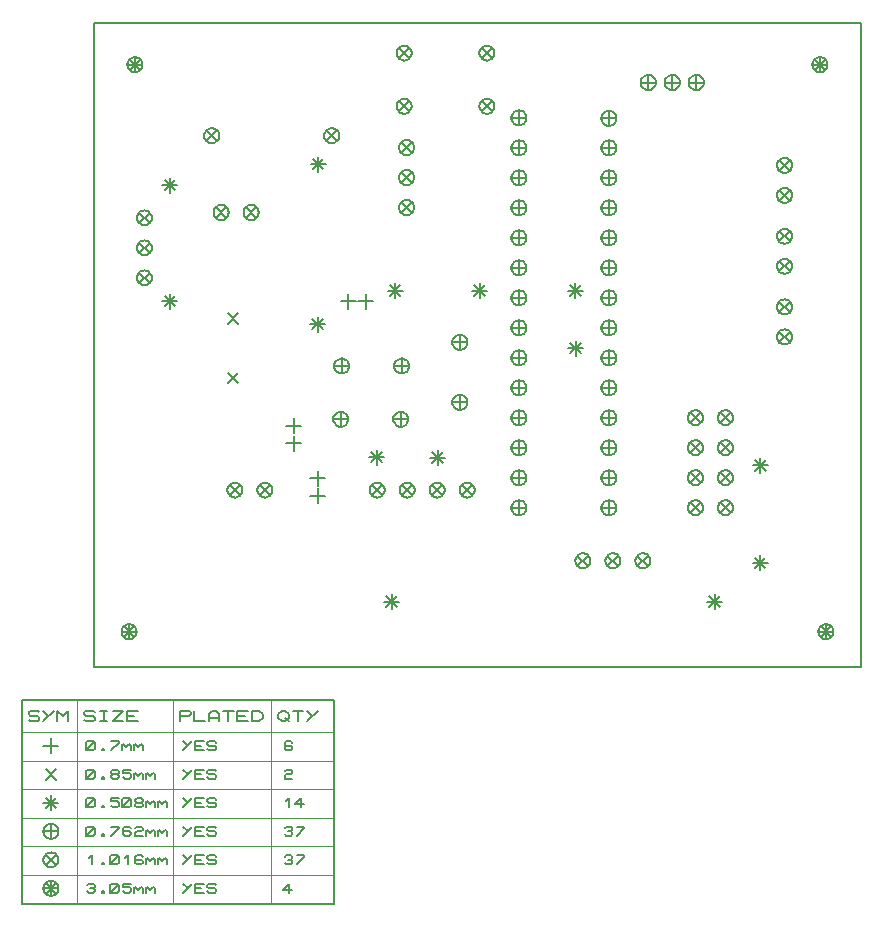
<source format=gbr>
G04 PROTEUS RS274X GERBER FILE*
%FSLAX45Y45*%
%MOMM*%
G01*
%ADD22C,0.203200*%
%ADD52C,0.127000*%
%ADD53C,0.063500*%
D22*
X+2467244Y+1892275D02*
X+2467244Y+1765275D01*
X+2403744Y+1828775D02*
X+2530744Y+1828775D01*
X+2422343Y+1873676D02*
X+2512145Y+1783874D01*
X+2422343Y+1783874D02*
X+2512145Y+1873676D01*
X+2983438Y+1888178D02*
X+2983438Y+1761178D01*
X+2919938Y+1824678D02*
X+3046938Y+1824678D01*
X+2938537Y+1869579D02*
X+3028339Y+1779777D01*
X+2938537Y+1779777D02*
X+3028339Y+1869579D01*
X+5715247Y+1822284D02*
X+5715247Y+1695284D01*
X+5651747Y+1758784D02*
X+5778747Y+1758784D01*
X+5670346Y+1803685D02*
X+5760148Y+1713883D01*
X+5670346Y+1713883D02*
X+5760148Y+1803685D01*
X+5713416Y+996373D02*
X+5713416Y+869373D01*
X+5649916Y+932873D02*
X+5776916Y+932873D01*
X+5668515Y+977774D02*
X+5758317Y+887972D01*
X+5668515Y+887972D02*
X+5758317Y+977774D01*
X+4151154Y+2815149D02*
X+4151154Y+2688149D01*
X+4087654Y+2751649D02*
X+4214654Y+2751649D01*
X+4106253Y+2796550D02*
X+4196055Y+2706748D01*
X+4106253Y+2706748D02*
X+4196055Y+2796550D01*
X+4149318Y+3301844D02*
X+4149318Y+3174844D01*
X+4085818Y+3238344D02*
X+4212818Y+3238344D01*
X+4104417Y+3283245D02*
X+4194219Y+3193443D01*
X+4104417Y+3193443D02*
X+4194219Y+3283245D01*
X+3339895Y+3302053D02*
X+3339895Y+3175053D01*
X+3276395Y+3238553D02*
X+3403395Y+3238553D01*
X+3294994Y+3283454D02*
X+3384796Y+3193652D01*
X+3294994Y+3193652D02*
X+3384796Y+3283454D01*
X+2622764Y+3302053D02*
X+2622764Y+3175053D01*
X+2559264Y+3238553D02*
X+2686264Y+3238553D01*
X+2577863Y+3283454D02*
X+2667665Y+3193652D01*
X+2577863Y+3193652D02*
X+2667665Y+3283454D01*
X+1972338Y+4373130D02*
X+1972338Y+4246130D01*
X+1908838Y+4309630D02*
X+2035838Y+4309630D01*
X+1927437Y+4354531D02*
X+2017239Y+4264729D01*
X+1927437Y+4264729D02*
X+2017239Y+4354531D01*
X+1968104Y+3018464D02*
X+1968104Y+2891464D01*
X+1904604Y+2954964D02*
X+2031604Y+2954964D01*
X+1923203Y+2999865D02*
X+2013005Y+2910063D01*
X+1923203Y+2910063D02*
X+2013005Y+2999865D01*
X+2595513Y+668562D02*
X+2595513Y+541562D01*
X+2532013Y+605062D02*
X+2659013Y+605062D01*
X+2550612Y+649963D02*
X+2640414Y+560161D01*
X+2550612Y+560161D02*
X+2640414Y+649963D01*
X+5330246Y+668562D02*
X+5330246Y+541562D01*
X+5266746Y+605062D02*
X+5393746Y+605062D01*
X+5285345Y+649963D02*
X+5375147Y+560161D01*
X+5285345Y+560161D02*
X+5375147Y+649963D01*
X+716646Y+3212698D02*
X+716646Y+3085698D01*
X+653146Y+3149198D02*
X+780146Y+3149198D01*
X+671745Y+3194099D02*
X+761547Y+3104297D01*
X+671745Y+3104297D02*
X+761547Y+3194099D01*
X+716646Y+4194831D02*
X+716646Y+4067831D01*
X+653146Y+4131331D02*
X+780146Y+4131331D01*
X+671745Y+4176232D02*
X+761547Y+4086430D01*
X+671745Y+4086430D02*
X+761547Y+4176232D01*
X+564069Y+3346000D02*
X+563852Y+3351247D01*
X+562087Y+3361742D01*
X+558395Y+3372237D01*
X+552367Y+3382732D01*
X+543145Y+3393112D01*
X+532650Y+3400800D01*
X+522155Y+3405718D01*
X+511660Y+3408524D01*
X+501165Y+3409497D01*
X+500569Y+3409500D01*
X+437069Y+3346000D02*
X+437286Y+3351247D01*
X+439051Y+3361742D01*
X+442743Y+3372237D01*
X+448771Y+3382732D01*
X+457993Y+3393112D01*
X+468488Y+3400800D01*
X+478983Y+3405718D01*
X+489478Y+3408524D01*
X+499973Y+3409497D01*
X+500569Y+3409500D01*
X+437069Y+3346000D02*
X+437286Y+3340753D01*
X+439051Y+3330258D01*
X+442743Y+3319763D01*
X+448771Y+3309268D01*
X+457993Y+3298888D01*
X+468488Y+3291200D01*
X+478983Y+3286282D01*
X+489478Y+3283476D01*
X+499973Y+3282503D01*
X+500569Y+3282500D01*
X+564069Y+3346000D02*
X+563852Y+3340753D01*
X+562087Y+3330258D01*
X+558395Y+3319763D01*
X+552367Y+3309268D01*
X+543145Y+3298888D01*
X+532650Y+3291200D01*
X+522155Y+3286282D01*
X+511660Y+3283476D01*
X+501165Y+3282503D01*
X+500569Y+3282500D01*
X+455668Y+3390901D02*
X+545470Y+3301099D01*
X+455668Y+3301099D02*
X+545470Y+3390901D01*
X+564069Y+3600000D02*
X+563852Y+3605247D01*
X+562087Y+3615742D01*
X+558395Y+3626237D01*
X+552367Y+3636732D01*
X+543145Y+3647112D01*
X+532650Y+3654800D01*
X+522155Y+3659718D01*
X+511660Y+3662524D01*
X+501165Y+3663497D01*
X+500569Y+3663500D01*
X+437069Y+3600000D02*
X+437286Y+3605247D01*
X+439051Y+3615742D01*
X+442743Y+3626237D01*
X+448771Y+3636732D01*
X+457993Y+3647112D01*
X+468488Y+3654800D01*
X+478983Y+3659718D01*
X+489478Y+3662524D01*
X+499973Y+3663497D01*
X+500569Y+3663500D01*
X+437069Y+3600000D02*
X+437286Y+3594753D01*
X+439051Y+3584258D01*
X+442743Y+3573763D01*
X+448771Y+3563268D01*
X+457993Y+3552888D01*
X+468488Y+3545200D01*
X+478983Y+3540282D01*
X+489478Y+3537476D01*
X+499973Y+3536503D01*
X+500569Y+3536500D01*
X+564069Y+3600000D02*
X+563852Y+3594753D01*
X+562087Y+3584258D01*
X+558395Y+3573763D01*
X+552367Y+3563268D01*
X+543145Y+3552888D01*
X+532650Y+3545200D01*
X+522155Y+3540282D01*
X+511660Y+3537476D01*
X+501165Y+3536503D01*
X+500569Y+3536500D01*
X+455668Y+3644901D02*
X+545470Y+3555099D01*
X+455668Y+3555099D02*
X+545470Y+3644901D01*
X+564069Y+3854000D02*
X+563852Y+3859247D01*
X+562087Y+3869742D01*
X+558395Y+3880237D01*
X+552367Y+3890732D01*
X+543145Y+3901112D01*
X+532650Y+3908800D01*
X+522155Y+3913718D01*
X+511660Y+3916524D01*
X+501165Y+3917497D01*
X+500569Y+3917500D01*
X+437069Y+3854000D02*
X+437286Y+3859247D01*
X+439051Y+3869742D01*
X+442743Y+3880237D01*
X+448771Y+3890732D01*
X+457993Y+3901112D01*
X+468488Y+3908800D01*
X+478983Y+3913718D01*
X+489478Y+3916524D01*
X+499973Y+3917497D01*
X+500569Y+3917500D01*
X+437069Y+3854000D02*
X+437286Y+3848753D01*
X+439051Y+3838258D01*
X+442743Y+3827763D01*
X+448771Y+3817268D01*
X+457993Y+3806888D01*
X+468488Y+3799200D01*
X+478983Y+3794282D01*
X+489478Y+3791476D01*
X+499973Y+3790503D01*
X+500569Y+3790500D01*
X+564069Y+3854000D02*
X+563852Y+3848753D01*
X+562087Y+3838258D01*
X+558395Y+3827763D01*
X+552367Y+3817268D01*
X+543145Y+3806888D01*
X+532650Y+3799200D01*
X+522155Y+3794282D01*
X+511660Y+3791476D01*
X+501165Y+3790503D01*
X+500569Y+3790500D01*
X+455668Y+3898901D02*
X+545470Y+3809099D01*
X+455668Y+3809099D02*
X+545470Y+3898901D01*
X+1205668Y+3044901D02*
X+1295470Y+2955099D01*
X+1205668Y+2955099D02*
X+1295470Y+3044901D01*
X+1205668Y+2544901D02*
X+1295470Y+2455099D01*
X+1205668Y+2455099D02*
X+1295470Y+2544901D01*
X+1765569Y+2158500D02*
X+1765569Y+2031500D01*
X+1702069Y+2095000D02*
X+1829069Y+2095000D01*
X+1765569Y+2008500D02*
X+1765569Y+1881500D01*
X+1702069Y+1945000D02*
X+1829069Y+1945000D01*
X+2150069Y+4550000D02*
X+2149852Y+4555247D01*
X+2148087Y+4565742D01*
X+2144395Y+4576237D01*
X+2138367Y+4586732D01*
X+2129145Y+4597112D01*
X+2118650Y+4604800D01*
X+2108155Y+4609718D01*
X+2097660Y+4612524D01*
X+2087165Y+4613497D01*
X+2086569Y+4613500D01*
X+2023069Y+4550000D02*
X+2023286Y+4555247D01*
X+2025051Y+4565742D01*
X+2028743Y+4576237D01*
X+2034771Y+4586732D01*
X+2043993Y+4597112D01*
X+2054488Y+4604800D01*
X+2064983Y+4609718D01*
X+2075478Y+4612524D01*
X+2085973Y+4613497D01*
X+2086569Y+4613500D01*
X+2023069Y+4550000D02*
X+2023286Y+4544753D01*
X+2025051Y+4534258D01*
X+2028743Y+4523763D01*
X+2034771Y+4513268D01*
X+2043993Y+4502888D01*
X+2054488Y+4495200D01*
X+2064983Y+4490282D01*
X+2075478Y+4487476D01*
X+2085973Y+4486503D01*
X+2086569Y+4486500D01*
X+2150069Y+4550000D02*
X+2149852Y+4544753D01*
X+2148087Y+4534258D01*
X+2144395Y+4523763D01*
X+2138367Y+4513268D01*
X+2129145Y+4502888D01*
X+2118650Y+4495200D01*
X+2108155Y+4490282D01*
X+2097660Y+4487476D01*
X+2087165Y+4486503D01*
X+2086569Y+4486500D01*
X+2041668Y+4594901D02*
X+2131470Y+4505099D01*
X+2041668Y+4505099D02*
X+2131470Y+4594901D01*
X+1134069Y+4550000D02*
X+1133852Y+4555247D01*
X+1132087Y+4565742D01*
X+1128395Y+4576237D01*
X+1122367Y+4586732D01*
X+1113145Y+4597112D01*
X+1102650Y+4604800D01*
X+1092155Y+4609718D01*
X+1081660Y+4612524D01*
X+1071165Y+4613497D01*
X+1070569Y+4613500D01*
X+1007069Y+4550000D02*
X+1007286Y+4555247D01*
X+1009051Y+4565742D01*
X+1012743Y+4576237D01*
X+1018771Y+4586732D01*
X+1027993Y+4597112D01*
X+1038488Y+4604800D01*
X+1048983Y+4609718D01*
X+1059478Y+4612524D01*
X+1069973Y+4613497D01*
X+1070569Y+4613500D01*
X+1007069Y+4550000D02*
X+1007286Y+4544753D01*
X+1009051Y+4534258D01*
X+1012743Y+4523763D01*
X+1018771Y+4513268D01*
X+1027993Y+4502888D01*
X+1038488Y+4495200D01*
X+1048983Y+4490282D01*
X+1059478Y+4487476D01*
X+1069973Y+4486503D01*
X+1070569Y+4486500D01*
X+1134069Y+4550000D02*
X+1133852Y+4544753D01*
X+1132087Y+4534258D01*
X+1128395Y+4523763D01*
X+1122367Y+4513268D01*
X+1113145Y+4502888D01*
X+1102650Y+4495200D01*
X+1092155Y+4490282D01*
X+1081660Y+4487476D01*
X+1071165Y+4486503D01*
X+1070569Y+4486500D01*
X+1025668Y+4594901D02*
X+1115470Y+4505099D01*
X+1025668Y+4505099D02*
X+1115470Y+4594901D01*
X+1330069Y+1550000D02*
X+1329852Y+1555247D01*
X+1328087Y+1565742D01*
X+1324395Y+1576237D01*
X+1318367Y+1586732D01*
X+1309145Y+1597112D01*
X+1298650Y+1604800D01*
X+1288155Y+1609718D01*
X+1277660Y+1612524D01*
X+1267165Y+1613497D01*
X+1266569Y+1613500D01*
X+1203069Y+1550000D02*
X+1203286Y+1555247D01*
X+1205051Y+1565742D01*
X+1208743Y+1576237D01*
X+1214771Y+1586732D01*
X+1223993Y+1597112D01*
X+1234488Y+1604800D01*
X+1244983Y+1609718D01*
X+1255478Y+1612524D01*
X+1265973Y+1613497D01*
X+1266569Y+1613500D01*
X+1203069Y+1550000D02*
X+1203286Y+1544753D01*
X+1205051Y+1534258D01*
X+1208743Y+1523763D01*
X+1214771Y+1513268D01*
X+1223993Y+1502888D01*
X+1234488Y+1495200D01*
X+1244983Y+1490282D01*
X+1255478Y+1487476D01*
X+1265973Y+1486503D01*
X+1266569Y+1486500D01*
X+1330069Y+1550000D02*
X+1329852Y+1544753D01*
X+1328087Y+1534258D01*
X+1324395Y+1523763D01*
X+1318367Y+1513268D01*
X+1309145Y+1502888D01*
X+1298650Y+1495200D01*
X+1288155Y+1490282D01*
X+1277660Y+1487476D01*
X+1267165Y+1486503D01*
X+1266569Y+1486500D01*
X+1221668Y+1594901D02*
X+1311470Y+1505099D01*
X+1221668Y+1505099D02*
X+1311470Y+1594901D01*
X+1584069Y+1550000D02*
X+1583852Y+1555247D01*
X+1582087Y+1565742D01*
X+1578395Y+1576237D01*
X+1572367Y+1586732D01*
X+1563145Y+1597112D01*
X+1552650Y+1604800D01*
X+1542155Y+1609718D01*
X+1531660Y+1612524D01*
X+1521165Y+1613497D01*
X+1520569Y+1613500D01*
X+1457069Y+1550000D02*
X+1457286Y+1555247D01*
X+1459051Y+1565742D01*
X+1462743Y+1576237D01*
X+1468771Y+1586732D01*
X+1477993Y+1597112D01*
X+1488488Y+1604800D01*
X+1498983Y+1609718D01*
X+1509478Y+1612524D01*
X+1519973Y+1613497D01*
X+1520569Y+1613500D01*
X+1457069Y+1550000D02*
X+1457286Y+1544753D01*
X+1459051Y+1534258D01*
X+1462743Y+1523763D01*
X+1468771Y+1513268D01*
X+1477993Y+1502888D01*
X+1488488Y+1495200D01*
X+1498983Y+1490282D01*
X+1509478Y+1487476D01*
X+1519973Y+1486503D01*
X+1520569Y+1486500D01*
X+1584069Y+1550000D02*
X+1583852Y+1544753D01*
X+1582087Y+1534258D01*
X+1578395Y+1523763D01*
X+1572367Y+1513268D01*
X+1563145Y+1502888D01*
X+1552650Y+1495200D01*
X+1542155Y+1490282D01*
X+1531660Y+1487476D01*
X+1521165Y+1486503D01*
X+1520569Y+1486500D01*
X+1475668Y+1594901D02*
X+1565470Y+1505099D01*
X+1475668Y+1505099D02*
X+1565470Y+1594901D01*
X+1214069Y+3900000D02*
X+1213852Y+3905247D01*
X+1212087Y+3915742D01*
X+1208395Y+3926237D01*
X+1202367Y+3936732D01*
X+1193145Y+3947112D01*
X+1182650Y+3954800D01*
X+1172155Y+3959718D01*
X+1161660Y+3962524D01*
X+1151165Y+3963497D01*
X+1150569Y+3963500D01*
X+1087069Y+3900000D02*
X+1087286Y+3905247D01*
X+1089051Y+3915742D01*
X+1092743Y+3926237D01*
X+1098771Y+3936732D01*
X+1107993Y+3947112D01*
X+1118488Y+3954800D01*
X+1128983Y+3959718D01*
X+1139478Y+3962524D01*
X+1149973Y+3963497D01*
X+1150569Y+3963500D01*
X+1087069Y+3900000D02*
X+1087286Y+3894753D01*
X+1089051Y+3884258D01*
X+1092743Y+3873763D01*
X+1098771Y+3863268D01*
X+1107993Y+3852888D01*
X+1118488Y+3845200D01*
X+1128983Y+3840282D01*
X+1139478Y+3837476D01*
X+1149973Y+3836503D01*
X+1150569Y+3836500D01*
X+1214069Y+3900000D02*
X+1213852Y+3894753D01*
X+1212087Y+3884258D01*
X+1208395Y+3873763D01*
X+1202367Y+3863268D01*
X+1193145Y+3852888D01*
X+1182650Y+3845200D01*
X+1172155Y+3840282D01*
X+1161660Y+3837476D01*
X+1151165Y+3836503D01*
X+1150569Y+3836500D01*
X+1105668Y+3944901D02*
X+1195470Y+3855099D01*
X+1105668Y+3855099D02*
X+1195470Y+3944901D01*
X+1468069Y+3900000D02*
X+1467852Y+3905247D01*
X+1466087Y+3915742D01*
X+1462395Y+3926237D01*
X+1456367Y+3936732D01*
X+1447145Y+3947112D01*
X+1436650Y+3954800D01*
X+1426155Y+3959718D01*
X+1415660Y+3962524D01*
X+1405165Y+3963497D01*
X+1404569Y+3963500D01*
X+1341069Y+3900000D02*
X+1341286Y+3905247D01*
X+1343051Y+3915742D01*
X+1346743Y+3926237D01*
X+1352771Y+3936732D01*
X+1361993Y+3947112D01*
X+1372488Y+3954800D01*
X+1382983Y+3959718D01*
X+1393478Y+3962524D01*
X+1403973Y+3963497D01*
X+1404569Y+3963500D01*
X+1341069Y+3900000D02*
X+1341286Y+3894753D01*
X+1343051Y+3884258D01*
X+1346743Y+3873763D01*
X+1352771Y+3863268D01*
X+1361993Y+3852888D01*
X+1372488Y+3845200D01*
X+1382983Y+3840282D01*
X+1393478Y+3837476D01*
X+1403973Y+3836503D01*
X+1404569Y+3836500D01*
X+1468069Y+3900000D02*
X+1467852Y+3894753D01*
X+1466087Y+3884258D01*
X+1462395Y+3873763D01*
X+1456367Y+3863268D01*
X+1447145Y+3852888D01*
X+1436650Y+3845200D01*
X+1426155Y+3840282D01*
X+1415660Y+3837476D01*
X+1405165Y+3836503D01*
X+1404569Y+3836500D01*
X+1359668Y+3944901D02*
X+1449470Y+3855099D01*
X+1359668Y+3855099D02*
X+1449470Y+3944901D01*
X+2225569Y+3213500D02*
X+2225569Y+3086500D01*
X+2162069Y+3150000D02*
X+2289069Y+3150000D01*
X+2375569Y+3213500D02*
X+2375569Y+3086500D01*
X+2312069Y+3150000D02*
X+2439069Y+3150000D01*
X+1970569Y+1713500D02*
X+1970569Y+1586500D01*
X+1907069Y+1650000D02*
X+2034069Y+1650000D01*
X+1970569Y+1563500D02*
X+1970569Y+1436500D01*
X+1907069Y+1500000D02*
X+2034069Y+1500000D01*
X+3734069Y+4700000D02*
X+3733852Y+4705247D01*
X+3732087Y+4715742D01*
X+3728395Y+4726237D01*
X+3722367Y+4736732D01*
X+3713145Y+4747112D01*
X+3702650Y+4754800D01*
X+3692155Y+4759718D01*
X+3681660Y+4762524D01*
X+3671165Y+4763497D01*
X+3670569Y+4763500D01*
X+3607069Y+4700000D02*
X+3607286Y+4705247D01*
X+3609051Y+4715742D01*
X+3612743Y+4726237D01*
X+3618771Y+4736732D01*
X+3627993Y+4747112D01*
X+3638488Y+4754800D01*
X+3648983Y+4759718D01*
X+3659478Y+4762524D01*
X+3669973Y+4763497D01*
X+3670569Y+4763500D01*
X+3607069Y+4700000D02*
X+3607286Y+4694753D01*
X+3609051Y+4684258D01*
X+3612743Y+4673763D01*
X+3618771Y+4663268D01*
X+3627993Y+4652888D01*
X+3638488Y+4645200D01*
X+3648983Y+4640282D01*
X+3659478Y+4637476D01*
X+3669973Y+4636503D01*
X+3670569Y+4636500D01*
X+3734069Y+4700000D02*
X+3733852Y+4694753D01*
X+3732087Y+4684258D01*
X+3728395Y+4673763D01*
X+3722367Y+4663268D01*
X+3713145Y+4652888D01*
X+3702650Y+4645200D01*
X+3692155Y+4640282D01*
X+3681660Y+4637476D01*
X+3671165Y+4636503D01*
X+3670569Y+4636500D01*
X+3670569Y+4763500D02*
X+3670569Y+4636500D01*
X+3607069Y+4700000D02*
X+3734069Y+4700000D01*
X+3734069Y+4446000D02*
X+3733852Y+4451247D01*
X+3732087Y+4461742D01*
X+3728395Y+4472237D01*
X+3722367Y+4482732D01*
X+3713145Y+4493112D01*
X+3702650Y+4500800D01*
X+3692155Y+4505718D01*
X+3681660Y+4508524D01*
X+3671165Y+4509497D01*
X+3670569Y+4509500D01*
X+3607069Y+4446000D02*
X+3607286Y+4451247D01*
X+3609051Y+4461742D01*
X+3612743Y+4472237D01*
X+3618771Y+4482732D01*
X+3627993Y+4493112D01*
X+3638488Y+4500800D01*
X+3648983Y+4505718D01*
X+3659478Y+4508524D01*
X+3669973Y+4509497D01*
X+3670569Y+4509500D01*
X+3607069Y+4446000D02*
X+3607286Y+4440753D01*
X+3609051Y+4430258D01*
X+3612743Y+4419763D01*
X+3618771Y+4409268D01*
X+3627993Y+4398888D01*
X+3638488Y+4391200D01*
X+3648983Y+4386282D01*
X+3659478Y+4383476D01*
X+3669973Y+4382503D01*
X+3670569Y+4382500D01*
X+3734069Y+4446000D02*
X+3733852Y+4440753D01*
X+3732087Y+4430258D01*
X+3728395Y+4419763D01*
X+3722367Y+4409268D01*
X+3713145Y+4398888D01*
X+3702650Y+4391200D01*
X+3692155Y+4386282D01*
X+3681660Y+4383476D01*
X+3671165Y+4382503D01*
X+3670569Y+4382500D01*
X+3670569Y+4509500D02*
X+3670569Y+4382500D01*
X+3607069Y+4446000D02*
X+3734069Y+4446000D01*
X+3734069Y+4192000D02*
X+3733852Y+4197247D01*
X+3732087Y+4207742D01*
X+3728395Y+4218237D01*
X+3722367Y+4228732D01*
X+3713145Y+4239112D01*
X+3702650Y+4246800D01*
X+3692155Y+4251718D01*
X+3681660Y+4254524D01*
X+3671165Y+4255497D01*
X+3670569Y+4255500D01*
X+3607069Y+4192000D02*
X+3607286Y+4197247D01*
X+3609051Y+4207742D01*
X+3612743Y+4218237D01*
X+3618771Y+4228732D01*
X+3627993Y+4239112D01*
X+3638488Y+4246800D01*
X+3648983Y+4251718D01*
X+3659478Y+4254524D01*
X+3669973Y+4255497D01*
X+3670569Y+4255500D01*
X+3607069Y+4192000D02*
X+3607286Y+4186753D01*
X+3609051Y+4176258D01*
X+3612743Y+4165763D01*
X+3618771Y+4155268D01*
X+3627993Y+4144888D01*
X+3638488Y+4137200D01*
X+3648983Y+4132282D01*
X+3659478Y+4129476D01*
X+3669973Y+4128503D01*
X+3670569Y+4128500D01*
X+3734069Y+4192000D02*
X+3733852Y+4186753D01*
X+3732087Y+4176258D01*
X+3728395Y+4165763D01*
X+3722367Y+4155268D01*
X+3713145Y+4144888D01*
X+3702650Y+4137200D01*
X+3692155Y+4132282D01*
X+3681660Y+4129476D01*
X+3671165Y+4128503D01*
X+3670569Y+4128500D01*
X+3670569Y+4255500D02*
X+3670569Y+4128500D01*
X+3607069Y+4192000D02*
X+3734069Y+4192000D01*
X+3734069Y+3938000D02*
X+3733852Y+3943247D01*
X+3732087Y+3953742D01*
X+3728395Y+3964237D01*
X+3722367Y+3974732D01*
X+3713145Y+3985112D01*
X+3702650Y+3992800D01*
X+3692155Y+3997718D01*
X+3681660Y+4000524D01*
X+3671165Y+4001497D01*
X+3670569Y+4001500D01*
X+3607069Y+3938000D02*
X+3607286Y+3943247D01*
X+3609051Y+3953742D01*
X+3612743Y+3964237D01*
X+3618771Y+3974732D01*
X+3627993Y+3985112D01*
X+3638488Y+3992800D01*
X+3648983Y+3997718D01*
X+3659478Y+4000524D01*
X+3669973Y+4001497D01*
X+3670569Y+4001500D01*
X+3607069Y+3938000D02*
X+3607286Y+3932753D01*
X+3609051Y+3922258D01*
X+3612743Y+3911763D01*
X+3618771Y+3901268D01*
X+3627993Y+3890888D01*
X+3638488Y+3883200D01*
X+3648983Y+3878282D01*
X+3659478Y+3875476D01*
X+3669973Y+3874503D01*
X+3670569Y+3874500D01*
X+3734069Y+3938000D02*
X+3733852Y+3932753D01*
X+3732087Y+3922258D01*
X+3728395Y+3911763D01*
X+3722367Y+3901268D01*
X+3713145Y+3890888D01*
X+3702650Y+3883200D01*
X+3692155Y+3878282D01*
X+3681660Y+3875476D01*
X+3671165Y+3874503D01*
X+3670569Y+3874500D01*
X+3670569Y+4001500D02*
X+3670569Y+3874500D01*
X+3607069Y+3938000D02*
X+3734069Y+3938000D01*
X+3734069Y+3684000D02*
X+3733852Y+3689247D01*
X+3732087Y+3699742D01*
X+3728395Y+3710237D01*
X+3722367Y+3720732D01*
X+3713145Y+3731112D01*
X+3702650Y+3738800D01*
X+3692155Y+3743718D01*
X+3681660Y+3746524D01*
X+3671165Y+3747497D01*
X+3670569Y+3747500D01*
X+3607069Y+3684000D02*
X+3607286Y+3689247D01*
X+3609051Y+3699742D01*
X+3612743Y+3710237D01*
X+3618771Y+3720732D01*
X+3627993Y+3731112D01*
X+3638488Y+3738800D01*
X+3648983Y+3743718D01*
X+3659478Y+3746524D01*
X+3669973Y+3747497D01*
X+3670569Y+3747500D01*
X+3607069Y+3684000D02*
X+3607286Y+3678753D01*
X+3609051Y+3668258D01*
X+3612743Y+3657763D01*
X+3618771Y+3647268D01*
X+3627993Y+3636888D01*
X+3638488Y+3629200D01*
X+3648983Y+3624282D01*
X+3659478Y+3621476D01*
X+3669973Y+3620503D01*
X+3670569Y+3620500D01*
X+3734069Y+3684000D02*
X+3733852Y+3678753D01*
X+3732087Y+3668258D01*
X+3728395Y+3657763D01*
X+3722367Y+3647268D01*
X+3713145Y+3636888D01*
X+3702650Y+3629200D01*
X+3692155Y+3624282D01*
X+3681660Y+3621476D01*
X+3671165Y+3620503D01*
X+3670569Y+3620500D01*
X+3670569Y+3747500D02*
X+3670569Y+3620500D01*
X+3607069Y+3684000D02*
X+3734069Y+3684000D01*
X+3734069Y+3430000D02*
X+3733852Y+3435247D01*
X+3732087Y+3445742D01*
X+3728395Y+3456237D01*
X+3722367Y+3466732D01*
X+3713145Y+3477112D01*
X+3702650Y+3484800D01*
X+3692155Y+3489718D01*
X+3681660Y+3492524D01*
X+3671165Y+3493497D01*
X+3670569Y+3493500D01*
X+3607069Y+3430000D02*
X+3607286Y+3435247D01*
X+3609051Y+3445742D01*
X+3612743Y+3456237D01*
X+3618771Y+3466732D01*
X+3627993Y+3477112D01*
X+3638488Y+3484800D01*
X+3648983Y+3489718D01*
X+3659478Y+3492524D01*
X+3669973Y+3493497D01*
X+3670569Y+3493500D01*
X+3607069Y+3430000D02*
X+3607286Y+3424753D01*
X+3609051Y+3414258D01*
X+3612743Y+3403763D01*
X+3618771Y+3393268D01*
X+3627993Y+3382888D01*
X+3638488Y+3375200D01*
X+3648983Y+3370282D01*
X+3659478Y+3367476D01*
X+3669973Y+3366503D01*
X+3670569Y+3366500D01*
X+3734069Y+3430000D02*
X+3733852Y+3424753D01*
X+3732087Y+3414258D01*
X+3728395Y+3403763D01*
X+3722367Y+3393268D01*
X+3713145Y+3382888D01*
X+3702650Y+3375200D01*
X+3692155Y+3370282D01*
X+3681660Y+3367476D01*
X+3671165Y+3366503D01*
X+3670569Y+3366500D01*
X+3670569Y+3493500D02*
X+3670569Y+3366500D01*
X+3607069Y+3430000D02*
X+3734069Y+3430000D01*
X+3734069Y+3176000D02*
X+3733852Y+3181247D01*
X+3732087Y+3191742D01*
X+3728395Y+3202237D01*
X+3722367Y+3212732D01*
X+3713145Y+3223112D01*
X+3702650Y+3230800D01*
X+3692155Y+3235718D01*
X+3681660Y+3238524D01*
X+3671165Y+3239497D01*
X+3670569Y+3239500D01*
X+3607069Y+3176000D02*
X+3607286Y+3181247D01*
X+3609051Y+3191742D01*
X+3612743Y+3202237D01*
X+3618771Y+3212732D01*
X+3627993Y+3223112D01*
X+3638488Y+3230800D01*
X+3648983Y+3235718D01*
X+3659478Y+3238524D01*
X+3669973Y+3239497D01*
X+3670569Y+3239500D01*
X+3607069Y+3176000D02*
X+3607286Y+3170753D01*
X+3609051Y+3160258D01*
X+3612743Y+3149763D01*
X+3618771Y+3139268D01*
X+3627993Y+3128888D01*
X+3638488Y+3121200D01*
X+3648983Y+3116282D01*
X+3659478Y+3113476D01*
X+3669973Y+3112503D01*
X+3670569Y+3112500D01*
X+3734069Y+3176000D02*
X+3733852Y+3170753D01*
X+3732087Y+3160258D01*
X+3728395Y+3149763D01*
X+3722367Y+3139268D01*
X+3713145Y+3128888D01*
X+3702650Y+3121200D01*
X+3692155Y+3116282D01*
X+3681660Y+3113476D01*
X+3671165Y+3112503D01*
X+3670569Y+3112500D01*
X+3670569Y+3239500D02*
X+3670569Y+3112500D01*
X+3607069Y+3176000D02*
X+3734069Y+3176000D01*
X+3734069Y+2922000D02*
X+3733852Y+2927247D01*
X+3732087Y+2937742D01*
X+3728395Y+2948237D01*
X+3722367Y+2958732D01*
X+3713145Y+2969112D01*
X+3702650Y+2976800D01*
X+3692155Y+2981718D01*
X+3681660Y+2984524D01*
X+3671165Y+2985497D01*
X+3670569Y+2985500D01*
X+3607069Y+2922000D02*
X+3607286Y+2927247D01*
X+3609051Y+2937742D01*
X+3612743Y+2948237D01*
X+3618771Y+2958732D01*
X+3627993Y+2969112D01*
X+3638488Y+2976800D01*
X+3648983Y+2981718D01*
X+3659478Y+2984524D01*
X+3669973Y+2985497D01*
X+3670569Y+2985500D01*
X+3607069Y+2922000D02*
X+3607286Y+2916753D01*
X+3609051Y+2906258D01*
X+3612743Y+2895763D01*
X+3618771Y+2885268D01*
X+3627993Y+2874888D01*
X+3638488Y+2867200D01*
X+3648983Y+2862282D01*
X+3659478Y+2859476D01*
X+3669973Y+2858503D01*
X+3670569Y+2858500D01*
X+3734069Y+2922000D02*
X+3733852Y+2916753D01*
X+3732087Y+2906258D01*
X+3728395Y+2895763D01*
X+3722367Y+2885268D01*
X+3713145Y+2874888D01*
X+3702650Y+2867200D01*
X+3692155Y+2862282D01*
X+3681660Y+2859476D01*
X+3671165Y+2858503D01*
X+3670569Y+2858500D01*
X+3670569Y+2985500D02*
X+3670569Y+2858500D01*
X+3607069Y+2922000D02*
X+3734069Y+2922000D01*
X+3734069Y+2668000D02*
X+3733852Y+2673247D01*
X+3732087Y+2683742D01*
X+3728395Y+2694237D01*
X+3722367Y+2704732D01*
X+3713145Y+2715112D01*
X+3702650Y+2722800D01*
X+3692155Y+2727718D01*
X+3681660Y+2730524D01*
X+3671165Y+2731497D01*
X+3670569Y+2731500D01*
X+3607069Y+2668000D02*
X+3607286Y+2673247D01*
X+3609051Y+2683742D01*
X+3612743Y+2694237D01*
X+3618771Y+2704732D01*
X+3627993Y+2715112D01*
X+3638488Y+2722800D01*
X+3648983Y+2727718D01*
X+3659478Y+2730524D01*
X+3669973Y+2731497D01*
X+3670569Y+2731500D01*
X+3607069Y+2668000D02*
X+3607286Y+2662753D01*
X+3609051Y+2652258D01*
X+3612743Y+2641763D01*
X+3618771Y+2631268D01*
X+3627993Y+2620888D01*
X+3638488Y+2613200D01*
X+3648983Y+2608282D01*
X+3659478Y+2605476D01*
X+3669973Y+2604503D01*
X+3670569Y+2604500D01*
X+3734069Y+2668000D02*
X+3733852Y+2662753D01*
X+3732087Y+2652258D01*
X+3728395Y+2641763D01*
X+3722367Y+2631268D01*
X+3713145Y+2620888D01*
X+3702650Y+2613200D01*
X+3692155Y+2608282D01*
X+3681660Y+2605476D01*
X+3671165Y+2604503D01*
X+3670569Y+2604500D01*
X+3670569Y+2731500D02*
X+3670569Y+2604500D01*
X+3607069Y+2668000D02*
X+3734069Y+2668000D01*
X+3734069Y+2414000D02*
X+3733852Y+2419247D01*
X+3732087Y+2429742D01*
X+3728395Y+2440237D01*
X+3722367Y+2450732D01*
X+3713145Y+2461112D01*
X+3702650Y+2468800D01*
X+3692155Y+2473718D01*
X+3681660Y+2476524D01*
X+3671165Y+2477497D01*
X+3670569Y+2477500D01*
X+3607069Y+2414000D02*
X+3607286Y+2419247D01*
X+3609051Y+2429742D01*
X+3612743Y+2440237D01*
X+3618771Y+2450732D01*
X+3627993Y+2461112D01*
X+3638488Y+2468800D01*
X+3648983Y+2473718D01*
X+3659478Y+2476524D01*
X+3669973Y+2477497D01*
X+3670569Y+2477500D01*
X+3607069Y+2414000D02*
X+3607286Y+2408753D01*
X+3609051Y+2398258D01*
X+3612743Y+2387763D01*
X+3618771Y+2377268D01*
X+3627993Y+2366888D01*
X+3638488Y+2359200D01*
X+3648983Y+2354282D01*
X+3659478Y+2351476D01*
X+3669973Y+2350503D01*
X+3670569Y+2350500D01*
X+3734069Y+2414000D02*
X+3733852Y+2408753D01*
X+3732087Y+2398258D01*
X+3728395Y+2387763D01*
X+3722367Y+2377268D01*
X+3713145Y+2366888D01*
X+3702650Y+2359200D01*
X+3692155Y+2354282D01*
X+3681660Y+2351476D01*
X+3671165Y+2350503D01*
X+3670569Y+2350500D01*
X+3670569Y+2477500D02*
X+3670569Y+2350500D01*
X+3607069Y+2414000D02*
X+3734069Y+2414000D01*
X+3734069Y+2160000D02*
X+3733852Y+2165247D01*
X+3732087Y+2175742D01*
X+3728395Y+2186237D01*
X+3722367Y+2196732D01*
X+3713145Y+2207112D01*
X+3702650Y+2214800D01*
X+3692155Y+2219718D01*
X+3681660Y+2222524D01*
X+3671165Y+2223497D01*
X+3670569Y+2223500D01*
X+3607069Y+2160000D02*
X+3607286Y+2165247D01*
X+3609051Y+2175742D01*
X+3612743Y+2186237D01*
X+3618771Y+2196732D01*
X+3627993Y+2207112D01*
X+3638488Y+2214800D01*
X+3648983Y+2219718D01*
X+3659478Y+2222524D01*
X+3669973Y+2223497D01*
X+3670569Y+2223500D01*
X+3607069Y+2160000D02*
X+3607286Y+2154753D01*
X+3609051Y+2144258D01*
X+3612743Y+2133763D01*
X+3618771Y+2123268D01*
X+3627993Y+2112888D01*
X+3638488Y+2105200D01*
X+3648983Y+2100282D01*
X+3659478Y+2097476D01*
X+3669973Y+2096503D01*
X+3670569Y+2096500D01*
X+3734069Y+2160000D02*
X+3733852Y+2154753D01*
X+3732087Y+2144258D01*
X+3728395Y+2133763D01*
X+3722367Y+2123268D01*
X+3713145Y+2112888D01*
X+3702650Y+2105200D01*
X+3692155Y+2100282D01*
X+3681660Y+2097476D01*
X+3671165Y+2096503D01*
X+3670569Y+2096500D01*
X+3670569Y+2223500D02*
X+3670569Y+2096500D01*
X+3607069Y+2160000D02*
X+3734069Y+2160000D01*
X+3734069Y+1906000D02*
X+3733852Y+1911247D01*
X+3732087Y+1921742D01*
X+3728395Y+1932237D01*
X+3722367Y+1942732D01*
X+3713145Y+1953112D01*
X+3702650Y+1960800D01*
X+3692155Y+1965718D01*
X+3681660Y+1968524D01*
X+3671165Y+1969497D01*
X+3670569Y+1969500D01*
X+3607069Y+1906000D02*
X+3607286Y+1911247D01*
X+3609051Y+1921742D01*
X+3612743Y+1932237D01*
X+3618771Y+1942732D01*
X+3627993Y+1953112D01*
X+3638488Y+1960800D01*
X+3648983Y+1965718D01*
X+3659478Y+1968524D01*
X+3669973Y+1969497D01*
X+3670569Y+1969500D01*
X+3607069Y+1906000D02*
X+3607286Y+1900753D01*
X+3609051Y+1890258D01*
X+3612743Y+1879763D01*
X+3618771Y+1869268D01*
X+3627993Y+1858888D01*
X+3638488Y+1851200D01*
X+3648983Y+1846282D01*
X+3659478Y+1843476D01*
X+3669973Y+1842503D01*
X+3670569Y+1842500D01*
X+3734069Y+1906000D02*
X+3733852Y+1900753D01*
X+3732087Y+1890258D01*
X+3728395Y+1879763D01*
X+3722367Y+1869268D01*
X+3713145Y+1858888D01*
X+3702650Y+1851200D01*
X+3692155Y+1846282D01*
X+3681660Y+1843476D01*
X+3671165Y+1842503D01*
X+3670569Y+1842500D01*
X+3670569Y+1969500D02*
X+3670569Y+1842500D01*
X+3607069Y+1906000D02*
X+3734069Y+1906000D01*
X+3734069Y+1652000D02*
X+3733852Y+1657247D01*
X+3732087Y+1667742D01*
X+3728395Y+1678237D01*
X+3722367Y+1688732D01*
X+3713145Y+1699112D01*
X+3702650Y+1706800D01*
X+3692155Y+1711718D01*
X+3681660Y+1714524D01*
X+3671165Y+1715497D01*
X+3670569Y+1715500D01*
X+3607069Y+1652000D02*
X+3607286Y+1657247D01*
X+3609051Y+1667742D01*
X+3612743Y+1678237D01*
X+3618771Y+1688732D01*
X+3627993Y+1699112D01*
X+3638488Y+1706800D01*
X+3648983Y+1711718D01*
X+3659478Y+1714524D01*
X+3669973Y+1715497D01*
X+3670569Y+1715500D01*
X+3607069Y+1652000D02*
X+3607286Y+1646753D01*
X+3609051Y+1636258D01*
X+3612743Y+1625763D01*
X+3618771Y+1615268D01*
X+3627993Y+1604888D01*
X+3638488Y+1597200D01*
X+3648983Y+1592282D01*
X+3659478Y+1589476D01*
X+3669973Y+1588503D01*
X+3670569Y+1588500D01*
X+3734069Y+1652000D02*
X+3733852Y+1646753D01*
X+3732087Y+1636258D01*
X+3728395Y+1625763D01*
X+3722367Y+1615268D01*
X+3713145Y+1604888D01*
X+3702650Y+1597200D01*
X+3692155Y+1592282D01*
X+3681660Y+1589476D01*
X+3671165Y+1588503D01*
X+3670569Y+1588500D01*
X+3670569Y+1715500D02*
X+3670569Y+1588500D01*
X+3607069Y+1652000D02*
X+3734069Y+1652000D01*
X+3734069Y+1398000D02*
X+3733852Y+1403247D01*
X+3732087Y+1413742D01*
X+3728395Y+1424237D01*
X+3722367Y+1434732D01*
X+3713145Y+1445112D01*
X+3702650Y+1452800D01*
X+3692155Y+1457718D01*
X+3681660Y+1460524D01*
X+3671165Y+1461497D01*
X+3670569Y+1461500D01*
X+3607069Y+1398000D02*
X+3607286Y+1403247D01*
X+3609051Y+1413742D01*
X+3612743Y+1424237D01*
X+3618771Y+1434732D01*
X+3627993Y+1445112D01*
X+3638488Y+1452800D01*
X+3648983Y+1457718D01*
X+3659478Y+1460524D01*
X+3669973Y+1461497D01*
X+3670569Y+1461500D01*
X+3607069Y+1398000D02*
X+3607286Y+1392753D01*
X+3609051Y+1382258D01*
X+3612743Y+1371763D01*
X+3618771Y+1361268D01*
X+3627993Y+1350888D01*
X+3638488Y+1343200D01*
X+3648983Y+1338282D01*
X+3659478Y+1335476D01*
X+3669973Y+1334503D01*
X+3670569Y+1334500D01*
X+3734069Y+1398000D02*
X+3733852Y+1392753D01*
X+3732087Y+1382258D01*
X+3728395Y+1371763D01*
X+3722367Y+1361268D01*
X+3713145Y+1350888D01*
X+3702650Y+1343200D01*
X+3692155Y+1338282D01*
X+3681660Y+1335476D01*
X+3671165Y+1334503D01*
X+3670569Y+1334500D01*
X+3670569Y+1461500D02*
X+3670569Y+1334500D01*
X+3607069Y+1398000D02*
X+3734069Y+1398000D01*
X+4496069Y+1398000D02*
X+4495852Y+1403247D01*
X+4494087Y+1413742D01*
X+4490395Y+1424237D01*
X+4484367Y+1434732D01*
X+4475145Y+1445112D01*
X+4464650Y+1452800D01*
X+4454155Y+1457718D01*
X+4443660Y+1460524D01*
X+4433165Y+1461497D01*
X+4432569Y+1461500D01*
X+4369069Y+1398000D02*
X+4369286Y+1403247D01*
X+4371051Y+1413742D01*
X+4374743Y+1424237D01*
X+4380771Y+1434732D01*
X+4389993Y+1445112D01*
X+4400488Y+1452800D01*
X+4410983Y+1457718D01*
X+4421478Y+1460524D01*
X+4431973Y+1461497D01*
X+4432569Y+1461500D01*
X+4369069Y+1398000D02*
X+4369286Y+1392753D01*
X+4371051Y+1382258D01*
X+4374743Y+1371763D01*
X+4380771Y+1361268D01*
X+4389993Y+1350888D01*
X+4400488Y+1343200D01*
X+4410983Y+1338282D01*
X+4421478Y+1335476D01*
X+4431973Y+1334503D01*
X+4432569Y+1334500D01*
X+4496069Y+1398000D02*
X+4495852Y+1392753D01*
X+4494087Y+1382258D01*
X+4490395Y+1371763D01*
X+4484367Y+1361268D01*
X+4475145Y+1350888D01*
X+4464650Y+1343200D01*
X+4454155Y+1338282D01*
X+4443660Y+1335476D01*
X+4433165Y+1334503D01*
X+4432569Y+1334500D01*
X+4432569Y+1461500D02*
X+4432569Y+1334500D01*
X+4369069Y+1398000D02*
X+4496069Y+1398000D01*
X+4496069Y+1652000D02*
X+4495852Y+1657247D01*
X+4494087Y+1667742D01*
X+4490395Y+1678237D01*
X+4484367Y+1688732D01*
X+4475145Y+1699112D01*
X+4464650Y+1706800D01*
X+4454155Y+1711718D01*
X+4443660Y+1714524D01*
X+4433165Y+1715497D01*
X+4432569Y+1715500D01*
X+4369069Y+1652000D02*
X+4369286Y+1657247D01*
X+4371051Y+1667742D01*
X+4374743Y+1678237D01*
X+4380771Y+1688732D01*
X+4389993Y+1699112D01*
X+4400488Y+1706800D01*
X+4410983Y+1711718D01*
X+4421478Y+1714524D01*
X+4431973Y+1715497D01*
X+4432569Y+1715500D01*
X+4369069Y+1652000D02*
X+4369286Y+1646753D01*
X+4371051Y+1636258D01*
X+4374743Y+1625763D01*
X+4380771Y+1615268D01*
X+4389993Y+1604888D01*
X+4400488Y+1597200D01*
X+4410983Y+1592282D01*
X+4421478Y+1589476D01*
X+4431973Y+1588503D01*
X+4432569Y+1588500D01*
X+4496069Y+1652000D02*
X+4495852Y+1646753D01*
X+4494087Y+1636258D01*
X+4490395Y+1625763D01*
X+4484367Y+1615268D01*
X+4475145Y+1604888D01*
X+4464650Y+1597200D01*
X+4454155Y+1592282D01*
X+4443660Y+1589476D01*
X+4433165Y+1588503D01*
X+4432569Y+1588500D01*
X+4432569Y+1715500D02*
X+4432569Y+1588500D01*
X+4369069Y+1652000D02*
X+4496069Y+1652000D01*
X+4496069Y+1906000D02*
X+4495852Y+1911247D01*
X+4494087Y+1921742D01*
X+4490395Y+1932237D01*
X+4484367Y+1942732D01*
X+4475145Y+1953112D01*
X+4464650Y+1960800D01*
X+4454155Y+1965718D01*
X+4443660Y+1968524D01*
X+4433165Y+1969497D01*
X+4432569Y+1969500D01*
X+4369069Y+1906000D02*
X+4369286Y+1911247D01*
X+4371051Y+1921742D01*
X+4374743Y+1932237D01*
X+4380771Y+1942732D01*
X+4389993Y+1953112D01*
X+4400488Y+1960800D01*
X+4410983Y+1965718D01*
X+4421478Y+1968524D01*
X+4431973Y+1969497D01*
X+4432569Y+1969500D01*
X+4369069Y+1906000D02*
X+4369286Y+1900753D01*
X+4371051Y+1890258D01*
X+4374743Y+1879763D01*
X+4380771Y+1869268D01*
X+4389993Y+1858888D01*
X+4400488Y+1851200D01*
X+4410983Y+1846282D01*
X+4421478Y+1843476D01*
X+4431973Y+1842503D01*
X+4432569Y+1842500D01*
X+4496069Y+1906000D02*
X+4495852Y+1900753D01*
X+4494087Y+1890258D01*
X+4490395Y+1879763D01*
X+4484367Y+1869268D01*
X+4475145Y+1858888D01*
X+4464650Y+1851200D01*
X+4454155Y+1846282D01*
X+4443660Y+1843476D01*
X+4433165Y+1842503D01*
X+4432569Y+1842500D01*
X+4432569Y+1969500D02*
X+4432569Y+1842500D01*
X+4369069Y+1906000D02*
X+4496069Y+1906000D01*
X+4496069Y+2160000D02*
X+4495852Y+2165247D01*
X+4494087Y+2175742D01*
X+4490395Y+2186237D01*
X+4484367Y+2196732D01*
X+4475145Y+2207112D01*
X+4464650Y+2214800D01*
X+4454155Y+2219718D01*
X+4443660Y+2222524D01*
X+4433165Y+2223497D01*
X+4432569Y+2223500D01*
X+4369069Y+2160000D02*
X+4369286Y+2165247D01*
X+4371051Y+2175742D01*
X+4374743Y+2186237D01*
X+4380771Y+2196732D01*
X+4389993Y+2207112D01*
X+4400488Y+2214800D01*
X+4410983Y+2219718D01*
X+4421478Y+2222524D01*
X+4431973Y+2223497D01*
X+4432569Y+2223500D01*
X+4369069Y+2160000D02*
X+4369286Y+2154753D01*
X+4371051Y+2144258D01*
X+4374743Y+2133763D01*
X+4380771Y+2123268D01*
X+4389993Y+2112888D01*
X+4400488Y+2105200D01*
X+4410983Y+2100282D01*
X+4421478Y+2097476D01*
X+4431973Y+2096503D01*
X+4432569Y+2096500D01*
X+4496069Y+2160000D02*
X+4495852Y+2154753D01*
X+4494087Y+2144258D01*
X+4490395Y+2133763D01*
X+4484367Y+2123268D01*
X+4475145Y+2112888D01*
X+4464650Y+2105200D01*
X+4454155Y+2100282D01*
X+4443660Y+2097476D01*
X+4433165Y+2096503D01*
X+4432569Y+2096500D01*
X+4432569Y+2223500D02*
X+4432569Y+2096500D01*
X+4369069Y+2160000D02*
X+4496069Y+2160000D01*
X+4496069Y+2414000D02*
X+4495852Y+2419247D01*
X+4494087Y+2429742D01*
X+4490395Y+2440237D01*
X+4484367Y+2450732D01*
X+4475145Y+2461112D01*
X+4464650Y+2468800D01*
X+4454155Y+2473718D01*
X+4443660Y+2476524D01*
X+4433165Y+2477497D01*
X+4432569Y+2477500D01*
X+4369069Y+2414000D02*
X+4369286Y+2419247D01*
X+4371051Y+2429742D01*
X+4374743Y+2440237D01*
X+4380771Y+2450732D01*
X+4389993Y+2461112D01*
X+4400488Y+2468800D01*
X+4410983Y+2473718D01*
X+4421478Y+2476524D01*
X+4431973Y+2477497D01*
X+4432569Y+2477500D01*
X+4369069Y+2414000D02*
X+4369286Y+2408753D01*
X+4371051Y+2398258D01*
X+4374743Y+2387763D01*
X+4380771Y+2377268D01*
X+4389993Y+2366888D01*
X+4400488Y+2359200D01*
X+4410983Y+2354282D01*
X+4421478Y+2351476D01*
X+4431973Y+2350503D01*
X+4432569Y+2350500D01*
X+4496069Y+2414000D02*
X+4495852Y+2408753D01*
X+4494087Y+2398258D01*
X+4490395Y+2387763D01*
X+4484367Y+2377268D01*
X+4475145Y+2366888D01*
X+4464650Y+2359200D01*
X+4454155Y+2354282D01*
X+4443660Y+2351476D01*
X+4433165Y+2350503D01*
X+4432569Y+2350500D01*
X+4432569Y+2477500D02*
X+4432569Y+2350500D01*
X+4369069Y+2414000D02*
X+4496069Y+2414000D01*
X+4496069Y+2668000D02*
X+4495852Y+2673247D01*
X+4494087Y+2683742D01*
X+4490395Y+2694237D01*
X+4484367Y+2704732D01*
X+4475145Y+2715112D01*
X+4464650Y+2722800D01*
X+4454155Y+2727718D01*
X+4443660Y+2730524D01*
X+4433165Y+2731497D01*
X+4432569Y+2731500D01*
X+4369069Y+2668000D02*
X+4369286Y+2673247D01*
X+4371051Y+2683742D01*
X+4374743Y+2694237D01*
X+4380771Y+2704732D01*
X+4389993Y+2715112D01*
X+4400488Y+2722800D01*
X+4410983Y+2727718D01*
X+4421478Y+2730524D01*
X+4431973Y+2731497D01*
X+4432569Y+2731500D01*
X+4369069Y+2668000D02*
X+4369286Y+2662753D01*
X+4371051Y+2652258D01*
X+4374743Y+2641763D01*
X+4380771Y+2631268D01*
X+4389993Y+2620888D01*
X+4400488Y+2613200D01*
X+4410983Y+2608282D01*
X+4421478Y+2605476D01*
X+4431973Y+2604503D01*
X+4432569Y+2604500D01*
X+4496069Y+2668000D02*
X+4495852Y+2662753D01*
X+4494087Y+2652258D01*
X+4490395Y+2641763D01*
X+4484367Y+2631268D01*
X+4475145Y+2620888D01*
X+4464650Y+2613200D01*
X+4454155Y+2608282D01*
X+4443660Y+2605476D01*
X+4433165Y+2604503D01*
X+4432569Y+2604500D01*
X+4432569Y+2731500D02*
X+4432569Y+2604500D01*
X+4369069Y+2668000D02*
X+4496069Y+2668000D01*
X+4496069Y+2922000D02*
X+4495852Y+2927247D01*
X+4494087Y+2937742D01*
X+4490395Y+2948237D01*
X+4484367Y+2958732D01*
X+4475145Y+2969112D01*
X+4464650Y+2976800D01*
X+4454155Y+2981718D01*
X+4443660Y+2984524D01*
X+4433165Y+2985497D01*
X+4432569Y+2985500D01*
X+4369069Y+2922000D02*
X+4369286Y+2927247D01*
X+4371051Y+2937742D01*
X+4374743Y+2948237D01*
X+4380771Y+2958732D01*
X+4389993Y+2969112D01*
X+4400488Y+2976800D01*
X+4410983Y+2981718D01*
X+4421478Y+2984524D01*
X+4431973Y+2985497D01*
X+4432569Y+2985500D01*
X+4369069Y+2922000D02*
X+4369286Y+2916753D01*
X+4371051Y+2906258D01*
X+4374743Y+2895763D01*
X+4380771Y+2885268D01*
X+4389993Y+2874888D01*
X+4400488Y+2867200D01*
X+4410983Y+2862282D01*
X+4421478Y+2859476D01*
X+4431973Y+2858503D01*
X+4432569Y+2858500D01*
X+4496069Y+2922000D02*
X+4495852Y+2916753D01*
X+4494087Y+2906258D01*
X+4490395Y+2895763D01*
X+4484367Y+2885268D01*
X+4475145Y+2874888D01*
X+4464650Y+2867200D01*
X+4454155Y+2862282D01*
X+4443660Y+2859476D01*
X+4433165Y+2858503D01*
X+4432569Y+2858500D01*
X+4432569Y+2985500D02*
X+4432569Y+2858500D01*
X+4369069Y+2922000D02*
X+4496069Y+2922000D01*
X+4496069Y+3176000D02*
X+4495852Y+3181247D01*
X+4494087Y+3191742D01*
X+4490395Y+3202237D01*
X+4484367Y+3212732D01*
X+4475145Y+3223112D01*
X+4464650Y+3230800D01*
X+4454155Y+3235718D01*
X+4443660Y+3238524D01*
X+4433165Y+3239497D01*
X+4432569Y+3239500D01*
X+4369069Y+3176000D02*
X+4369286Y+3181247D01*
X+4371051Y+3191742D01*
X+4374743Y+3202237D01*
X+4380771Y+3212732D01*
X+4389993Y+3223112D01*
X+4400488Y+3230800D01*
X+4410983Y+3235718D01*
X+4421478Y+3238524D01*
X+4431973Y+3239497D01*
X+4432569Y+3239500D01*
X+4369069Y+3176000D02*
X+4369286Y+3170753D01*
X+4371051Y+3160258D01*
X+4374743Y+3149763D01*
X+4380771Y+3139268D01*
X+4389993Y+3128888D01*
X+4400488Y+3121200D01*
X+4410983Y+3116282D01*
X+4421478Y+3113476D01*
X+4431973Y+3112503D01*
X+4432569Y+3112500D01*
X+4496069Y+3176000D02*
X+4495852Y+3170753D01*
X+4494087Y+3160258D01*
X+4490395Y+3149763D01*
X+4484367Y+3139268D01*
X+4475145Y+3128888D01*
X+4464650Y+3121200D01*
X+4454155Y+3116282D01*
X+4443660Y+3113476D01*
X+4433165Y+3112503D01*
X+4432569Y+3112500D01*
X+4432569Y+3239500D02*
X+4432569Y+3112500D01*
X+4369069Y+3176000D02*
X+4496069Y+3176000D01*
X+4496069Y+3430000D02*
X+4495852Y+3435247D01*
X+4494087Y+3445742D01*
X+4490395Y+3456237D01*
X+4484367Y+3466732D01*
X+4475145Y+3477112D01*
X+4464650Y+3484800D01*
X+4454155Y+3489718D01*
X+4443660Y+3492524D01*
X+4433165Y+3493497D01*
X+4432569Y+3493500D01*
X+4369069Y+3430000D02*
X+4369286Y+3435247D01*
X+4371051Y+3445742D01*
X+4374743Y+3456237D01*
X+4380771Y+3466732D01*
X+4389993Y+3477112D01*
X+4400488Y+3484800D01*
X+4410983Y+3489718D01*
X+4421478Y+3492524D01*
X+4431973Y+3493497D01*
X+4432569Y+3493500D01*
X+4369069Y+3430000D02*
X+4369286Y+3424753D01*
X+4371051Y+3414258D01*
X+4374743Y+3403763D01*
X+4380771Y+3393268D01*
X+4389993Y+3382888D01*
X+4400488Y+3375200D01*
X+4410983Y+3370282D01*
X+4421478Y+3367476D01*
X+4431973Y+3366503D01*
X+4432569Y+3366500D01*
X+4496069Y+3430000D02*
X+4495852Y+3424753D01*
X+4494087Y+3414258D01*
X+4490395Y+3403763D01*
X+4484367Y+3393268D01*
X+4475145Y+3382888D01*
X+4464650Y+3375200D01*
X+4454155Y+3370282D01*
X+4443660Y+3367476D01*
X+4433165Y+3366503D01*
X+4432569Y+3366500D01*
X+4432569Y+3493500D02*
X+4432569Y+3366500D01*
X+4369069Y+3430000D02*
X+4496069Y+3430000D01*
X+4496069Y+3684000D02*
X+4495852Y+3689247D01*
X+4494087Y+3699742D01*
X+4490395Y+3710237D01*
X+4484367Y+3720732D01*
X+4475145Y+3731112D01*
X+4464650Y+3738800D01*
X+4454155Y+3743718D01*
X+4443660Y+3746524D01*
X+4433165Y+3747497D01*
X+4432569Y+3747500D01*
X+4369069Y+3684000D02*
X+4369286Y+3689247D01*
X+4371051Y+3699742D01*
X+4374743Y+3710237D01*
X+4380771Y+3720732D01*
X+4389993Y+3731112D01*
X+4400488Y+3738800D01*
X+4410983Y+3743718D01*
X+4421478Y+3746524D01*
X+4431973Y+3747497D01*
X+4432569Y+3747500D01*
X+4369069Y+3684000D02*
X+4369286Y+3678753D01*
X+4371051Y+3668258D01*
X+4374743Y+3657763D01*
X+4380771Y+3647268D01*
X+4389993Y+3636888D01*
X+4400488Y+3629200D01*
X+4410983Y+3624282D01*
X+4421478Y+3621476D01*
X+4431973Y+3620503D01*
X+4432569Y+3620500D01*
X+4496069Y+3684000D02*
X+4495852Y+3678753D01*
X+4494087Y+3668258D01*
X+4490395Y+3657763D01*
X+4484367Y+3647268D01*
X+4475145Y+3636888D01*
X+4464650Y+3629200D01*
X+4454155Y+3624282D01*
X+4443660Y+3621476D01*
X+4433165Y+3620503D01*
X+4432569Y+3620500D01*
X+4432569Y+3747500D02*
X+4432569Y+3620500D01*
X+4369069Y+3684000D02*
X+4496069Y+3684000D01*
X+4496069Y+3938000D02*
X+4495852Y+3943247D01*
X+4494087Y+3953742D01*
X+4490395Y+3964237D01*
X+4484367Y+3974732D01*
X+4475145Y+3985112D01*
X+4464650Y+3992800D01*
X+4454155Y+3997718D01*
X+4443660Y+4000524D01*
X+4433165Y+4001497D01*
X+4432569Y+4001500D01*
X+4369069Y+3938000D02*
X+4369286Y+3943247D01*
X+4371051Y+3953742D01*
X+4374743Y+3964237D01*
X+4380771Y+3974732D01*
X+4389993Y+3985112D01*
X+4400488Y+3992800D01*
X+4410983Y+3997718D01*
X+4421478Y+4000524D01*
X+4431973Y+4001497D01*
X+4432569Y+4001500D01*
X+4369069Y+3938000D02*
X+4369286Y+3932753D01*
X+4371051Y+3922258D01*
X+4374743Y+3911763D01*
X+4380771Y+3901268D01*
X+4389993Y+3890888D01*
X+4400488Y+3883200D01*
X+4410983Y+3878282D01*
X+4421478Y+3875476D01*
X+4431973Y+3874503D01*
X+4432569Y+3874500D01*
X+4496069Y+3938000D02*
X+4495852Y+3932753D01*
X+4494087Y+3922258D01*
X+4490395Y+3911763D01*
X+4484367Y+3901268D01*
X+4475145Y+3890888D01*
X+4464650Y+3883200D01*
X+4454155Y+3878282D01*
X+4443660Y+3875476D01*
X+4433165Y+3874503D01*
X+4432569Y+3874500D01*
X+4432569Y+4001500D02*
X+4432569Y+3874500D01*
X+4369069Y+3938000D02*
X+4496069Y+3938000D01*
X+4496069Y+4192000D02*
X+4495852Y+4197247D01*
X+4494087Y+4207742D01*
X+4490395Y+4218237D01*
X+4484367Y+4228732D01*
X+4475145Y+4239112D01*
X+4464650Y+4246800D01*
X+4454155Y+4251718D01*
X+4443660Y+4254524D01*
X+4433165Y+4255497D01*
X+4432569Y+4255500D01*
X+4369069Y+4192000D02*
X+4369286Y+4197247D01*
X+4371051Y+4207742D01*
X+4374743Y+4218237D01*
X+4380771Y+4228732D01*
X+4389993Y+4239112D01*
X+4400488Y+4246800D01*
X+4410983Y+4251718D01*
X+4421478Y+4254524D01*
X+4431973Y+4255497D01*
X+4432569Y+4255500D01*
X+4369069Y+4192000D02*
X+4369286Y+4186753D01*
X+4371051Y+4176258D01*
X+4374743Y+4165763D01*
X+4380771Y+4155268D01*
X+4389993Y+4144888D01*
X+4400488Y+4137200D01*
X+4410983Y+4132282D01*
X+4421478Y+4129476D01*
X+4431973Y+4128503D01*
X+4432569Y+4128500D01*
X+4496069Y+4192000D02*
X+4495852Y+4186753D01*
X+4494087Y+4176258D01*
X+4490395Y+4165763D01*
X+4484367Y+4155268D01*
X+4475145Y+4144888D01*
X+4464650Y+4137200D01*
X+4454155Y+4132282D01*
X+4443660Y+4129476D01*
X+4433165Y+4128503D01*
X+4432569Y+4128500D01*
X+4432569Y+4255500D02*
X+4432569Y+4128500D01*
X+4369069Y+4192000D02*
X+4496069Y+4192000D01*
X+4496069Y+4446000D02*
X+4495852Y+4451247D01*
X+4494087Y+4461742D01*
X+4490395Y+4472237D01*
X+4484367Y+4482732D01*
X+4475145Y+4493112D01*
X+4464650Y+4500800D01*
X+4454155Y+4505718D01*
X+4443660Y+4508524D01*
X+4433165Y+4509497D01*
X+4432569Y+4509500D01*
X+4369069Y+4446000D02*
X+4369286Y+4451247D01*
X+4371051Y+4461742D01*
X+4374743Y+4472237D01*
X+4380771Y+4482732D01*
X+4389993Y+4493112D01*
X+4400488Y+4500800D01*
X+4410983Y+4505718D01*
X+4421478Y+4508524D01*
X+4431973Y+4509497D01*
X+4432569Y+4509500D01*
X+4369069Y+4446000D02*
X+4369286Y+4440753D01*
X+4371051Y+4430258D01*
X+4374743Y+4419763D01*
X+4380771Y+4409268D01*
X+4389993Y+4398888D01*
X+4400488Y+4391200D01*
X+4410983Y+4386282D01*
X+4421478Y+4383476D01*
X+4431973Y+4382503D01*
X+4432569Y+4382500D01*
X+4496069Y+4446000D02*
X+4495852Y+4440753D01*
X+4494087Y+4430258D01*
X+4490395Y+4419763D01*
X+4484367Y+4409268D01*
X+4475145Y+4398888D01*
X+4464650Y+4391200D01*
X+4454155Y+4386282D01*
X+4443660Y+4383476D01*
X+4433165Y+4382503D01*
X+4432569Y+4382500D01*
X+4432569Y+4509500D02*
X+4432569Y+4382500D01*
X+4369069Y+4446000D02*
X+4496069Y+4446000D01*
X+4496069Y+4698000D02*
X+4495852Y+4703247D01*
X+4494087Y+4713742D01*
X+4490395Y+4724237D01*
X+4484367Y+4734732D01*
X+4475145Y+4745112D01*
X+4464650Y+4752800D01*
X+4454155Y+4757718D01*
X+4443660Y+4760524D01*
X+4433165Y+4761497D01*
X+4432569Y+4761500D01*
X+4369069Y+4698000D02*
X+4369286Y+4703247D01*
X+4371051Y+4713742D01*
X+4374743Y+4724237D01*
X+4380771Y+4734732D01*
X+4389993Y+4745112D01*
X+4400488Y+4752800D01*
X+4410983Y+4757718D01*
X+4421478Y+4760524D01*
X+4431973Y+4761497D01*
X+4432569Y+4761500D01*
X+4369069Y+4698000D02*
X+4369286Y+4692753D01*
X+4371051Y+4682258D01*
X+4374743Y+4671763D01*
X+4380771Y+4661268D01*
X+4389993Y+4650888D01*
X+4400488Y+4643200D01*
X+4410983Y+4638282D01*
X+4421478Y+4635476D01*
X+4431973Y+4634503D01*
X+4432569Y+4634500D01*
X+4496069Y+4698000D02*
X+4495852Y+4692753D01*
X+4494087Y+4682258D01*
X+4490395Y+4671763D01*
X+4484367Y+4661268D01*
X+4475145Y+4650888D01*
X+4464650Y+4643200D01*
X+4454155Y+4638282D01*
X+4443660Y+4635476D01*
X+4433165Y+4634503D01*
X+4432569Y+4634500D01*
X+4432569Y+4761500D02*
X+4432569Y+4634500D01*
X+4369069Y+4698000D02*
X+4496069Y+4698000D01*
X+3234069Y+2800000D02*
X+3233852Y+2805247D01*
X+3232087Y+2815742D01*
X+3228395Y+2826237D01*
X+3222367Y+2836732D01*
X+3213145Y+2847112D01*
X+3202650Y+2854800D01*
X+3192155Y+2859718D01*
X+3181660Y+2862524D01*
X+3171165Y+2863497D01*
X+3170569Y+2863500D01*
X+3107069Y+2800000D02*
X+3107286Y+2805247D01*
X+3109051Y+2815742D01*
X+3112743Y+2826237D01*
X+3118771Y+2836732D01*
X+3127993Y+2847112D01*
X+3138488Y+2854800D01*
X+3148983Y+2859718D01*
X+3159478Y+2862524D01*
X+3169973Y+2863497D01*
X+3170569Y+2863500D01*
X+3107069Y+2800000D02*
X+3107286Y+2794753D01*
X+3109051Y+2784258D01*
X+3112743Y+2773763D01*
X+3118771Y+2763268D01*
X+3127993Y+2752888D01*
X+3138488Y+2745200D01*
X+3148983Y+2740282D01*
X+3159478Y+2737476D01*
X+3169973Y+2736503D01*
X+3170569Y+2736500D01*
X+3234069Y+2800000D02*
X+3233852Y+2794753D01*
X+3232087Y+2784258D01*
X+3228395Y+2773763D01*
X+3222367Y+2763268D01*
X+3213145Y+2752888D01*
X+3202650Y+2745200D01*
X+3192155Y+2740282D01*
X+3181660Y+2737476D01*
X+3171165Y+2736503D01*
X+3170569Y+2736500D01*
X+3170569Y+2863500D02*
X+3170569Y+2736500D01*
X+3107069Y+2800000D02*
X+3234069Y+2800000D01*
X+3234069Y+2292000D02*
X+3233852Y+2297247D01*
X+3232087Y+2307742D01*
X+3228395Y+2318237D01*
X+3222367Y+2328732D01*
X+3213145Y+2339112D01*
X+3202650Y+2346800D01*
X+3192155Y+2351718D01*
X+3181660Y+2354524D01*
X+3171165Y+2355497D01*
X+3170569Y+2355500D01*
X+3107069Y+2292000D02*
X+3107286Y+2297247D01*
X+3109051Y+2307742D01*
X+3112743Y+2318237D01*
X+3118771Y+2328732D01*
X+3127993Y+2339112D01*
X+3138488Y+2346800D01*
X+3148983Y+2351718D01*
X+3159478Y+2354524D01*
X+3169973Y+2355497D01*
X+3170569Y+2355500D01*
X+3107069Y+2292000D02*
X+3107286Y+2286753D01*
X+3109051Y+2276258D01*
X+3112743Y+2265763D01*
X+3118771Y+2255268D01*
X+3127993Y+2244888D01*
X+3138488Y+2237200D01*
X+3148983Y+2232282D01*
X+3159478Y+2229476D01*
X+3169973Y+2228503D01*
X+3170569Y+2228500D01*
X+3234069Y+2292000D02*
X+3233852Y+2286753D01*
X+3232087Y+2276258D01*
X+3228395Y+2265763D01*
X+3222367Y+2255268D01*
X+3213145Y+2244888D01*
X+3202650Y+2237200D01*
X+3192155Y+2232282D01*
X+3181660Y+2229476D01*
X+3171165Y+2228503D01*
X+3170569Y+2228500D01*
X+3170569Y+2355500D02*
X+3170569Y+2228500D01*
X+3107069Y+2292000D02*
X+3234069Y+2292000D01*
X+2742069Y+2600000D02*
X+2741852Y+2605247D01*
X+2740087Y+2615742D01*
X+2736395Y+2626237D01*
X+2730367Y+2636732D01*
X+2721145Y+2647112D01*
X+2710650Y+2654800D01*
X+2700155Y+2659718D01*
X+2689660Y+2662524D01*
X+2679165Y+2663497D01*
X+2678569Y+2663500D01*
X+2615069Y+2600000D02*
X+2615286Y+2605247D01*
X+2617051Y+2615742D01*
X+2620743Y+2626237D01*
X+2626771Y+2636732D01*
X+2635993Y+2647112D01*
X+2646488Y+2654800D01*
X+2656983Y+2659718D01*
X+2667478Y+2662524D01*
X+2677973Y+2663497D01*
X+2678569Y+2663500D01*
X+2615069Y+2600000D02*
X+2615286Y+2594753D01*
X+2617051Y+2584258D01*
X+2620743Y+2573763D01*
X+2626771Y+2563268D01*
X+2635993Y+2552888D01*
X+2646488Y+2545200D01*
X+2656983Y+2540282D01*
X+2667478Y+2537476D01*
X+2677973Y+2536503D01*
X+2678569Y+2536500D01*
X+2742069Y+2600000D02*
X+2741852Y+2594753D01*
X+2740087Y+2584258D01*
X+2736395Y+2573763D01*
X+2730367Y+2563268D01*
X+2721145Y+2552888D01*
X+2710650Y+2545200D01*
X+2700155Y+2540282D01*
X+2689660Y+2537476D01*
X+2679165Y+2536503D01*
X+2678569Y+2536500D01*
X+2678569Y+2663500D02*
X+2678569Y+2536500D01*
X+2615069Y+2600000D02*
X+2742069Y+2600000D01*
X+2234069Y+2600000D02*
X+2233852Y+2605247D01*
X+2232087Y+2615742D01*
X+2228395Y+2626237D01*
X+2222367Y+2636732D01*
X+2213145Y+2647112D01*
X+2202650Y+2654800D01*
X+2192155Y+2659718D01*
X+2181660Y+2662524D01*
X+2171165Y+2663497D01*
X+2170569Y+2663500D01*
X+2107069Y+2600000D02*
X+2107286Y+2605247D01*
X+2109051Y+2615742D01*
X+2112743Y+2626237D01*
X+2118771Y+2636732D01*
X+2127993Y+2647112D01*
X+2138488Y+2654800D01*
X+2148983Y+2659718D01*
X+2159478Y+2662524D01*
X+2169973Y+2663497D01*
X+2170569Y+2663500D01*
X+2107069Y+2600000D02*
X+2107286Y+2594753D01*
X+2109051Y+2584258D01*
X+2112743Y+2573763D01*
X+2118771Y+2563268D01*
X+2127993Y+2552888D01*
X+2138488Y+2545200D01*
X+2148983Y+2540282D01*
X+2159478Y+2537476D01*
X+2169973Y+2536503D01*
X+2170569Y+2536500D01*
X+2234069Y+2600000D02*
X+2233852Y+2594753D01*
X+2232087Y+2584258D01*
X+2228395Y+2573763D01*
X+2222367Y+2563268D01*
X+2213145Y+2552888D01*
X+2202650Y+2545200D01*
X+2192155Y+2540282D01*
X+2181660Y+2537476D01*
X+2171165Y+2536503D01*
X+2170569Y+2536500D01*
X+2170569Y+2663500D02*
X+2170569Y+2536500D01*
X+2107069Y+2600000D02*
X+2234069Y+2600000D01*
X+2734069Y+2150000D02*
X+2733852Y+2155247D01*
X+2732087Y+2165742D01*
X+2728395Y+2176237D01*
X+2722367Y+2186732D01*
X+2713145Y+2197112D01*
X+2702650Y+2204800D01*
X+2692155Y+2209718D01*
X+2681660Y+2212524D01*
X+2671165Y+2213497D01*
X+2670569Y+2213500D01*
X+2607069Y+2150000D02*
X+2607286Y+2155247D01*
X+2609051Y+2165742D01*
X+2612743Y+2176237D01*
X+2618771Y+2186732D01*
X+2627993Y+2197112D01*
X+2638488Y+2204800D01*
X+2648983Y+2209718D01*
X+2659478Y+2212524D01*
X+2669973Y+2213497D01*
X+2670569Y+2213500D01*
X+2607069Y+2150000D02*
X+2607286Y+2144753D01*
X+2609051Y+2134258D01*
X+2612743Y+2123763D01*
X+2618771Y+2113268D01*
X+2627993Y+2102888D01*
X+2638488Y+2095200D01*
X+2648983Y+2090282D01*
X+2659478Y+2087476D01*
X+2669973Y+2086503D01*
X+2670569Y+2086500D01*
X+2734069Y+2150000D02*
X+2733852Y+2144753D01*
X+2732087Y+2134258D01*
X+2728395Y+2123763D01*
X+2722367Y+2113268D01*
X+2713145Y+2102888D01*
X+2702650Y+2095200D01*
X+2692155Y+2090282D01*
X+2681660Y+2087476D01*
X+2671165Y+2086503D01*
X+2670569Y+2086500D01*
X+2670569Y+2213500D02*
X+2670569Y+2086500D01*
X+2607069Y+2150000D02*
X+2734069Y+2150000D01*
X+2226069Y+2150000D02*
X+2225852Y+2155247D01*
X+2224087Y+2165742D01*
X+2220395Y+2176237D01*
X+2214367Y+2186732D01*
X+2205145Y+2197112D01*
X+2194650Y+2204800D01*
X+2184155Y+2209718D01*
X+2173660Y+2212524D01*
X+2163165Y+2213497D01*
X+2162569Y+2213500D01*
X+2099069Y+2150000D02*
X+2099286Y+2155247D01*
X+2101051Y+2165742D01*
X+2104743Y+2176237D01*
X+2110771Y+2186732D01*
X+2119993Y+2197112D01*
X+2130488Y+2204800D01*
X+2140983Y+2209718D01*
X+2151478Y+2212524D01*
X+2161973Y+2213497D01*
X+2162569Y+2213500D01*
X+2099069Y+2150000D02*
X+2099286Y+2144753D01*
X+2101051Y+2134258D01*
X+2104743Y+2123763D01*
X+2110771Y+2113268D01*
X+2119993Y+2102888D01*
X+2130488Y+2095200D01*
X+2140983Y+2090282D01*
X+2151478Y+2087476D01*
X+2161973Y+2086503D01*
X+2162569Y+2086500D01*
X+2226069Y+2150000D02*
X+2225852Y+2144753D01*
X+2224087Y+2134258D01*
X+2220395Y+2123763D01*
X+2214367Y+2113268D01*
X+2205145Y+2102888D01*
X+2194650Y+2095200D01*
X+2184155Y+2090282D01*
X+2173660Y+2087476D01*
X+2163165Y+2086503D01*
X+2162569Y+2086500D01*
X+2162569Y+2213500D02*
X+2162569Y+2086500D01*
X+2099069Y+2150000D02*
X+2226069Y+2150000D01*
X+4830869Y+5000000D02*
X+4830652Y+5005247D01*
X+4828887Y+5015742D01*
X+4825195Y+5026237D01*
X+4819167Y+5036732D01*
X+4809945Y+5047112D01*
X+4799450Y+5054800D01*
X+4788955Y+5059718D01*
X+4778460Y+5062524D01*
X+4767965Y+5063497D01*
X+4767369Y+5063500D01*
X+4703869Y+5000000D02*
X+4704086Y+5005247D01*
X+4705851Y+5015742D01*
X+4709543Y+5026237D01*
X+4715571Y+5036732D01*
X+4724793Y+5047112D01*
X+4735288Y+5054800D01*
X+4745783Y+5059718D01*
X+4756278Y+5062524D01*
X+4766773Y+5063497D01*
X+4767369Y+5063500D01*
X+4703869Y+5000000D02*
X+4704086Y+4994753D01*
X+4705851Y+4984258D01*
X+4709543Y+4973763D01*
X+4715571Y+4963268D01*
X+4724793Y+4952888D01*
X+4735288Y+4945200D01*
X+4745783Y+4940282D01*
X+4756278Y+4937476D01*
X+4766773Y+4936503D01*
X+4767369Y+4936500D01*
X+4830869Y+5000000D02*
X+4830652Y+4994753D01*
X+4828887Y+4984258D01*
X+4825195Y+4973763D01*
X+4819167Y+4963268D01*
X+4809945Y+4952888D01*
X+4799450Y+4945200D01*
X+4788955Y+4940282D01*
X+4778460Y+4937476D01*
X+4767965Y+4936503D01*
X+4767369Y+4936500D01*
X+4767369Y+5063500D02*
X+4767369Y+4936500D01*
X+4703869Y+5000000D02*
X+4830869Y+5000000D01*
X+5034069Y+5000000D02*
X+5033852Y+5005247D01*
X+5032087Y+5015742D01*
X+5028395Y+5026237D01*
X+5022367Y+5036732D01*
X+5013145Y+5047112D01*
X+5002650Y+5054800D01*
X+4992155Y+5059718D01*
X+4981660Y+5062524D01*
X+4971165Y+5063497D01*
X+4970569Y+5063500D01*
X+4907069Y+5000000D02*
X+4907286Y+5005247D01*
X+4909051Y+5015742D01*
X+4912743Y+5026237D01*
X+4918771Y+5036732D01*
X+4927993Y+5047112D01*
X+4938488Y+5054800D01*
X+4948983Y+5059718D01*
X+4959478Y+5062524D01*
X+4969973Y+5063497D01*
X+4970569Y+5063500D01*
X+4907069Y+5000000D02*
X+4907286Y+4994753D01*
X+4909051Y+4984258D01*
X+4912743Y+4973763D01*
X+4918771Y+4963268D01*
X+4927993Y+4952888D01*
X+4938488Y+4945200D01*
X+4948983Y+4940282D01*
X+4959478Y+4937476D01*
X+4969973Y+4936503D01*
X+4970569Y+4936500D01*
X+5034069Y+5000000D02*
X+5033852Y+4994753D01*
X+5032087Y+4984258D01*
X+5028395Y+4973763D01*
X+5022367Y+4963268D01*
X+5013145Y+4952888D01*
X+5002650Y+4945200D01*
X+4992155Y+4940282D01*
X+4981660Y+4937476D01*
X+4971165Y+4936503D01*
X+4970569Y+4936500D01*
X+4970569Y+5063500D02*
X+4970569Y+4936500D01*
X+4907069Y+5000000D02*
X+5034069Y+5000000D01*
X+5237269Y+5000000D02*
X+5237052Y+5005247D01*
X+5235287Y+5015742D01*
X+5231595Y+5026237D01*
X+5225567Y+5036732D01*
X+5216345Y+5047112D01*
X+5205850Y+5054800D01*
X+5195355Y+5059718D01*
X+5184860Y+5062524D01*
X+5174365Y+5063497D01*
X+5173769Y+5063500D01*
X+5110269Y+5000000D02*
X+5110486Y+5005247D01*
X+5112251Y+5015742D01*
X+5115943Y+5026237D01*
X+5121971Y+5036732D01*
X+5131193Y+5047112D01*
X+5141688Y+5054800D01*
X+5152183Y+5059718D01*
X+5162678Y+5062524D01*
X+5173173Y+5063497D01*
X+5173769Y+5063500D01*
X+5110269Y+5000000D02*
X+5110486Y+4994753D01*
X+5112251Y+4984258D01*
X+5115943Y+4973763D01*
X+5121971Y+4963268D01*
X+5131193Y+4952888D01*
X+5141688Y+4945200D01*
X+5152183Y+4940282D01*
X+5162678Y+4937476D01*
X+5173173Y+4936503D01*
X+5173769Y+4936500D01*
X+5237269Y+5000000D02*
X+5237052Y+4994753D01*
X+5235287Y+4984258D01*
X+5231595Y+4973763D01*
X+5225567Y+4963268D01*
X+5216345Y+4952888D01*
X+5205850Y+4945200D01*
X+5195355Y+4940282D01*
X+5184860Y+4937476D01*
X+5174365Y+4936503D01*
X+5173769Y+4936500D01*
X+5173769Y+5063500D02*
X+5173769Y+4936500D01*
X+5110269Y+5000000D02*
X+5237269Y+5000000D01*
X+5984069Y+3100000D02*
X+5983852Y+3105247D01*
X+5982087Y+3115742D01*
X+5978395Y+3126237D01*
X+5972367Y+3136732D01*
X+5963145Y+3147112D01*
X+5952650Y+3154800D01*
X+5942155Y+3159718D01*
X+5931660Y+3162524D01*
X+5921165Y+3163497D01*
X+5920569Y+3163500D01*
X+5857069Y+3100000D02*
X+5857286Y+3105247D01*
X+5859051Y+3115742D01*
X+5862743Y+3126237D01*
X+5868771Y+3136732D01*
X+5877993Y+3147112D01*
X+5888488Y+3154800D01*
X+5898983Y+3159718D01*
X+5909478Y+3162524D01*
X+5919973Y+3163497D01*
X+5920569Y+3163500D01*
X+5857069Y+3100000D02*
X+5857286Y+3094753D01*
X+5859051Y+3084258D01*
X+5862743Y+3073763D01*
X+5868771Y+3063268D01*
X+5877993Y+3052888D01*
X+5888488Y+3045200D01*
X+5898983Y+3040282D01*
X+5909478Y+3037476D01*
X+5919973Y+3036503D01*
X+5920569Y+3036500D01*
X+5984069Y+3100000D02*
X+5983852Y+3094753D01*
X+5982087Y+3084258D01*
X+5978395Y+3073763D01*
X+5972367Y+3063268D01*
X+5963145Y+3052888D01*
X+5952650Y+3045200D01*
X+5942155Y+3040282D01*
X+5931660Y+3037476D01*
X+5921165Y+3036503D01*
X+5920569Y+3036500D01*
X+5875668Y+3144901D02*
X+5965470Y+3055099D01*
X+5875668Y+3055099D02*
X+5965470Y+3144901D01*
X+5984069Y+2846000D02*
X+5983852Y+2851247D01*
X+5982087Y+2861742D01*
X+5978395Y+2872237D01*
X+5972367Y+2882732D01*
X+5963145Y+2893112D01*
X+5952650Y+2900800D01*
X+5942155Y+2905718D01*
X+5931660Y+2908524D01*
X+5921165Y+2909497D01*
X+5920569Y+2909500D01*
X+5857069Y+2846000D02*
X+5857286Y+2851247D01*
X+5859051Y+2861742D01*
X+5862743Y+2872237D01*
X+5868771Y+2882732D01*
X+5877993Y+2893112D01*
X+5888488Y+2900800D01*
X+5898983Y+2905718D01*
X+5909478Y+2908524D01*
X+5919973Y+2909497D01*
X+5920569Y+2909500D01*
X+5857069Y+2846000D02*
X+5857286Y+2840753D01*
X+5859051Y+2830258D01*
X+5862743Y+2819763D01*
X+5868771Y+2809268D01*
X+5877993Y+2798888D01*
X+5888488Y+2791200D01*
X+5898983Y+2786282D01*
X+5909478Y+2783476D01*
X+5919973Y+2782503D01*
X+5920569Y+2782500D01*
X+5984069Y+2846000D02*
X+5983852Y+2840753D01*
X+5982087Y+2830258D01*
X+5978395Y+2819763D01*
X+5972367Y+2809268D01*
X+5963145Y+2798888D01*
X+5952650Y+2791200D01*
X+5942155Y+2786282D01*
X+5931660Y+2783476D01*
X+5921165Y+2782503D01*
X+5920569Y+2782500D01*
X+5875668Y+2890901D02*
X+5965470Y+2801099D01*
X+5875668Y+2801099D02*
X+5965470Y+2890901D01*
X+5984069Y+3700000D02*
X+5983852Y+3705247D01*
X+5982087Y+3715742D01*
X+5978395Y+3726237D01*
X+5972367Y+3736732D01*
X+5963145Y+3747112D01*
X+5952650Y+3754800D01*
X+5942155Y+3759718D01*
X+5931660Y+3762524D01*
X+5921165Y+3763497D01*
X+5920569Y+3763500D01*
X+5857069Y+3700000D02*
X+5857286Y+3705247D01*
X+5859051Y+3715742D01*
X+5862743Y+3726237D01*
X+5868771Y+3736732D01*
X+5877993Y+3747112D01*
X+5888488Y+3754800D01*
X+5898983Y+3759718D01*
X+5909478Y+3762524D01*
X+5919973Y+3763497D01*
X+5920569Y+3763500D01*
X+5857069Y+3700000D02*
X+5857286Y+3694753D01*
X+5859051Y+3684258D01*
X+5862743Y+3673763D01*
X+5868771Y+3663268D01*
X+5877993Y+3652888D01*
X+5888488Y+3645200D01*
X+5898983Y+3640282D01*
X+5909478Y+3637476D01*
X+5919973Y+3636503D01*
X+5920569Y+3636500D01*
X+5984069Y+3700000D02*
X+5983852Y+3694753D01*
X+5982087Y+3684258D01*
X+5978395Y+3673763D01*
X+5972367Y+3663268D01*
X+5963145Y+3652888D01*
X+5952650Y+3645200D01*
X+5942155Y+3640282D01*
X+5931660Y+3637476D01*
X+5921165Y+3636503D01*
X+5920569Y+3636500D01*
X+5875668Y+3744901D02*
X+5965470Y+3655099D01*
X+5875668Y+3655099D02*
X+5965470Y+3744901D01*
X+5984069Y+3446000D02*
X+5983852Y+3451247D01*
X+5982087Y+3461742D01*
X+5978395Y+3472237D01*
X+5972367Y+3482732D01*
X+5963145Y+3493112D01*
X+5952650Y+3500800D01*
X+5942155Y+3505718D01*
X+5931660Y+3508524D01*
X+5921165Y+3509497D01*
X+5920569Y+3509500D01*
X+5857069Y+3446000D02*
X+5857286Y+3451247D01*
X+5859051Y+3461742D01*
X+5862743Y+3472237D01*
X+5868771Y+3482732D01*
X+5877993Y+3493112D01*
X+5888488Y+3500800D01*
X+5898983Y+3505718D01*
X+5909478Y+3508524D01*
X+5919973Y+3509497D01*
X+5920569Y+3509500D01*
X+5857069Y+3446000D02*
X+5857286Y+3440753D01*
X+5859051Y+3430258D01*
X+5862743Y+3419763D01*
X+5868771Y+3409268D01*
X+5877993Y+3398888D01*
X+5888488Y+3391200D01*
X+5898983Y+3386282D01*
X+5909478Y+3383476D01*
X+5919973Y+3382503D01*
X+5920569Y+3382500D01*
X+5984069Y+3446000D02*
X+5983852Y+3440753D01*
X+5982087Y+3430258D01*
X+5978395Y+3419763D01*
X+5972367Y+3409268D01*
X+5963145Y+3398888D01*
X+5952650Y+3391200D01*
X+5942155Y+3386282D01*
X+5931660Y+3383476D01*
X+5921165Y+3382503D01*
X+5920569Y+3382500D01*
X+5875668Y+3490901D02*
X+5965470Y+3401099D01*
X+5875668Y+3401099D02*
X+5965470Y+3490901D01*
X+5984069Y+4300000D02*
X+5983852Y+4305247D01*
X+5982087Y+4315742D01*
X+5978395Y+4326237D01*
X+5972367Y+4336732D01*
X+5963145Y+4347112D01*
X+5952650Y+4354800D01*
X+5942155Y+4359718D01*
X+5931660Y+4362524D01*
X+5921165Y+4363497D01*
X+5920569Y+4363500D01*
X+5857069Y+4300000D02*
X+5857286Y+4305247D01*
X+5859051Y+4315742D01*
X+5862743Y+4326237D01*
X+5868771Y+4336732D01*
X+5877993Y+4347112D01*
X+5888488Y+4354800D01*
X+5898983Y+4359718D01*
X+5909478Y+4362524D01*
X+5919973Y+4363497D01*
X+5920569Y+4363500D01*
X+5857069Y+4300000D02*
X+5857286Y+4294753D01*
X+5859051Y+4284258D01*
X+5862743Y+4273763D01*
X+5868771Y+4263268D01*
X+5877993Y+4252888D01*
X+5888488Y+4245200D01*
X+5898983Y+4240282D01*
X+5909478Y+4237476D01*
X+5919973Y+4236503D01*
X+5920569Y+4236500D01*
X+5984069Y+4300000D02*
X+5983852Y+4294753D01*
X+5982087Y+4284258D01*
X+5978395Y+4273763D01*
X+5972367Y+4263268D01*
X+5963145Y+4252888D01*
X+5952650Y+4245200D01*
X+5942155Y+4240282D01*
X+5931660Y+4237476D01*
X+5921165Y+4236503D01*
X+5920569Y+4236500D01*
X+5875668Y+4344901D02*
X+5965470Y+4255099D01*
X+5875668Y+4255099D02*
X+5965470Y+4344901D01*
X+5984069Y+4046000D02*
X+5983852Y+4051247D01*
X+5982087Y+4061742D01*
X+5978395Y+4072237D01*
X+5972367Y+4082732D01*
X+5963145Y+4093112D01*
X+5952650Y+4100800D01*
X+5942155Y+4105718D01*
X+5931660Y+4108524D01*
X+5921165Y+4109497D01*
X+5920569Y+4109500D01*
X+5857069Y+4046000D02*
X+5857286Y+4051247D01*
X+5859051Y+4061742D01*
X+5862743Y+4072237D01*
X+5868771Y+4082732D01*
X+5877993Y+4093112D01*
X+5888488Y+4100800D01*
X+5898983Y+4105718D01*
X+5909478Y+4108524D01*
X+5919973Y+4109497D01*
X+5920569Y+4109500D01*
X+5857069Y+4046000D02*
X+5857286Y+4040753D01*
X+5859051Y+4030258D01*
X+5862743Y+4019763D01*
X+5868771Y+4009268D01*
X+5877993Y+3998888D01*
X+5888488Y+3991200D01*
X+5898983Y+3986282D01*
X+5909478Y+3983476D01*
X+5919973Y+3982503D01*
X+5920569Y+3982500D01*
X+5984069Y+4046000D02*
X+5983852Y+4040753D01*
X+5982087Y+4030258D01*
X+5978395Y+4019763D01*
X+5972367Y+4009268D01*
X+5963145Y+3998888D01*
X+5952650Y+3991200D01*
X+5942155Y+3986282D01*
X+5931660Y+3983476D01*
X+5921165Y+3982503D01*
X+5920569Y+3982500D01*
X+5875668Y+4090901D02*
X+5965470Y+4001099D01*
X+5875668Y+4001099D02*
X+5965470Y+4090901D01*
X+5484069Y+1400000D02*
X+5483852Y+1405247D01*
X+5482087Y+1415742D01*
X+5478395Y+1426237D01*
X+5472367Y+1436732D01*
X+5463145Y+1447112D01*
X+5452650Y+1454800D01*
X+5442155Y+1459718D01*
X+5431660Y+1462524D01*
X+5421165Y+1463497D01*
X+5420569Y+1463500D01*
X+5357069Y+1400000D02*
X+5357286Y+1405247D01*
X+5359051Y+1415742D01*
X+5362743Y+1426237D01*
X+5368771Y+1436732D01*
X+5377993Y+1447112D01*
X+5388488Y+1454800D01*
X+5398983Y+1459718D01*
X+5409478Y+1462524D01*
X+5419973Y+1463497D01*
X+5420569Y+1463500D01*
X+5357069Y+1400000D02*
X+5357286Y+1394753D01*
X+5359051Y+1384258D01*
X+5362743Y+1373763D01*
X+5368771Y+1363268D01*
X+5377993Y+1352888D01*
X+5388488Y+1345200D01*
X+5398983Y+1340282D01*
X+5409478Y+1337476D01*
X+5419973Y+1336503D01*
X+5420569Y+1336500D01*
X+5484069Y+1400000D02*
X+5483852Y+1394753D01*
X+5482087Y+1384258D01*
X+5478395Y+1373763D01*
X+5472367Y+1363268D01*
X+5463145Y+1352888D01*
X+5452650Y+1345200D01*
X+5442155Y+1340282D01*
X+5431660Y+1337476D01*
X+5421165Y+1336503D01*
X+5420569Y+1336500D01*
X+5375668Y+1444901D02*
X+5465470Y+1355099D01*
X+5375668Y+1355099D02*
X+5465470Y+1444901D01*
X+5484069Y+1654000D02*
X+5483852Y+1659247D01*
X+5482087Y+1669742D01*
X+5478395Y+1680237D01*
X+5472367Y+1690732D01*
X+5463145Y+1701112D01*
X+5452650Y+1708800D01*
X+5442155Y+1713718D01*
X+5431660Y+1716524D01*
X+5421165Y+1717497D01*
X+5420569Y+1717500D01*
X+5357069Y+1654000D02*
X+5357286Y+1659247D01*
X+5359051Y+1669742D01*
X+5362743Y+1680237D01*
X+5368771Y+1690732D01*
X+5377993Y+1701112D01*
X+5388488Y+1708800D01*
X+5398983Y+1713718D01*
X+5409478Y+1716524D01*
X+5419973Y+1717497D01*
X+5420569Y+1717500D01*
X+5357069Y+1654000D02*
X+5357286Y+1648753D01*
X+5359051Y+1638258D01*
X+5362743Y+1627763D01*
X+5368771Y+1617268D01*
X+5377993Y+1606888D01*
X+5388488Y+1599200D01*
X+5398983Y+1594282D01*
X+5409478Y+1591476D01*
X+5419973Y+1590503D01*
X+5420569Y+1590500D01*
X+5484069Y+1654000D02*
X+5483852Y+1648753D01*
X+5482087Y+1638258D01*
X+5478395Y+1627763D01*
X+5472367Y+1617268D01*
X+5463145Y+1606888D01*
X+5452650Y+1599200D01*
X+5442155Y+1594282D01*
X+5431660Y+1591476D01*
X+5421165Y+1590503D01*
X+5420569Y+1590500D01*
X+5375668Y+1698901D02*
X+5465470Y+1609099D01*
X+5375668Y+1609099D02*
X+5465470Y+1698901D01*
X+5484069Y+1908000D02*
X+5483852Y+1913247D01*
X+5482087Y+1923742D01*
X+5478395Y+1934237D01*
X+5472367Y+1944732D01*
X+5463145Y+1955112D01*
X+5452650Y+1962800D01*
X+5442155Y+1967718D01*
X+5431660Y+1970524D01*
X+5421165Y+1971497D01*
X+5420569Y+1971500D01*
X+5357069Y+1908000D02*
X+5357286Y+1913247D01*
X+5359051Y+1923742D01*
X+5362743Y+1934237D01*
X+5368771Y+1944732D01*
X+5377993Y+1955112D01*
X+5388488Y+1962800D01*
X+5398983Y+1967718D01*
X+5409478Y+1970524D01*
X+5419973Y+1971497D01*
X+5420569Y+1971500D01*
X+5357069Y+1908000D02*
X+5357286Y+1902753D01*
X+5359051Y+1892258D01*
X+5362743Y+1881763D01*
X+5368771Y+1871268D01*
X+5377993Y+1860888D01*
X+5388488Y+1853200D01*
X+5398983Y+1848282D01*
X+5409478Y+1845476D01*
X+5419973Y+1844503D01*
X+5420569Y+1844500D01*
X+5484069Y+1908000D02*
X+5483852Y+1902753D01*
X+5482087Y+1892258D01*
X+5478395Y+1881763D01*
X+5472367Y+1871268D01*
X+5463145Y+1860888D01*
X+5452650Y+1853200D01*
X+5442155Y+1848282D01*
X+5431660Y+1845476D01*
X+5421165Y+1844503D01*
X+5420569Y+1844500D01*
X+5375668Y+1952901D02*
X+5465470Y+1863099D01*
X+5375668Y+1863099D02*
X+5465470Y+1952901D01*
X+5484069Y+2162000D02*
X+5483852Y+2167247D01*
X+5482087Y+2177742D01*
X+5478395Y+2188237D01*
X+5472367Y+2198732D01*
X+5463145Y+2209112D01*
X+5452650Y+2216800D01*
X+5442155Y+2221718D01*
X+5431660Y+2224524D01*
X+5421165Y+2225497D01*
X+5420569Y+2225500D01*
X+5357069Y+2162000D02*
X+5357286Y+2167247D01*
X+5359051Y+2177742D01*
X+5362743Y+2188237D01*
X+5368771Y+2198732D01*
X+5377993Y+2209112D01*
X+5388488Y+2216800D01*
X+5398983Y+2221718D01*
X+5409478Y+2224524D01*
X+5419973Y+2225497D01*
X+5420569Y+2225500D01*
X+5357069Y+2162000D02*
X+5357286Y+2156753D01*
X+5359051Y+2146258D01*
X+5362743Y+2135763D01*
X+5368771Y+2125268D01*
X+5377993Y+2114888D01*
X+5388488Y+2107200D01*
X+5398983Y+2102282D01*
X+5409478Y+2099476D01*
X+5419973Y+2098503D01*
X+5420569Y+2098500D01*
X+5484069Y+2162000D02*
X+5483852Y+2156753D01*
X+5482087Y+2146258D01*
X+5478395Y+2135763D01*
X+5472367Y+2125268D01*
X+5463145Y+2114888D01*
X+5452650Y+2107200D01*
X+5442155Y+2102282D01*
X+5431660Y+2099476D01*
X+5421165Y+2098503D01*
X+5420569Y+2098500D01*
X+5375668Y+2206901D02*
X+5465470Y+2117099D01*
X+5375668Y+2117099D02*
X+5465470Y+2206901D01*
X+5230069Y+2162000D02*
X+5229852Y+2167247D01*
X+5228087Y+2177742D01*
X+5224395Y+2188237D01*
X+5218367Y+2198732D01*
X+5209145Y+2209112D01*
X+5198650Y+2216800D01*
X+5188155Y+2221718D01*
X+5177660Y+2224524D01*
X+5167165Y+2225497D01*
X+5166569Y+2225500D01*
X+5103069Y+2162000D02*
X+5103286Y+2167247D01*
X+5105051Y+2177742D01*
X+5108743Y+2188237D01*
X+5114771Y+2198732D01*
X+5123993Y+2209112D01*
X+5134488Y+2216800D01*
X+5144983Y+2221718D01*
X+5155478Y+2224524D01*
X+5165973Y+2225497D01*
X+5166569Y+2225500D01*
X+5103069Y+2162000D02*
X+5103286Y+2156753D01*
X+5105051Y+2146258D01*
X+5108743Y+2135763D01*
X+5114771Y+2125268D01*
X+5123993Y+2114888D01*
X+5134488Y+2107200D01*
X+5144983Y+2102282D01*
X+5155478Y+2099476D01*
X+5165973Y+2098503D01*
X+5166569Y+2098500D01*
X+5230069Y+2162000D02*
X+5229852Y+2156753D01*
X+5228087Y+2146258D01*
X+5224395Y+2135763D01*
X+5218367Y+2125268D01*
X+5209145Y+2114888D01*
X+5198650Y+2107200D01*
X+5188155Y+2102282D01*
X+5177660Y+2099476D01*
X+5167165Y+2098503D01*
X+5166569Y+2098500D01*
X+5121668Y+2206901D02*
X+5211470Y+2117099D01*
X+5121668Y+2117099D02*
X+5211470Y+2206901D01*
X+5230069Y+1908000D02*
X+5229852Y+1913247D01*
X+5228087Y+1923742D01*
X+5224395Y+1934237D01*
X+5218367Y+1944732D01*
X+5209145Y+1955112D01*
X+5198650Y+1962800D01*
X+5188155Y+1967718D01*
X+5177660Y+1970524D01*
X+5167165Y+1971497D01*
X+5166569Y+1971500D01*
X+5103069Y+1908000D02*
X+5103286Y+1913247D01*
X+5105051Y+1923742D01*
X+5108743Y+1934237D01*
X+5114771Y+1944732D01*
X+5123993Y+1955112D01*
X+5134488Y+1962800D01*
X+5144983Y+1967718D01*
X+5155478Y+1970524D01*
X+5165973Y+1971497D01*
X+5166569Y+1971500D01*
X+5103069Y+1908000D02*
X+5103286Y+1902753D01*
X+5105051Y+1892258D01*
X+5108743Y+1881763D01*
X+5114771Y+1871268D01*
X+5123993Y+1860888D01*
X+5134488Y+1853200D01*
X+5144983Y+1848282D01*
X+5155478Y+1845476D01*
X+5165973Y+1844503D01*
X+5166569Y+1844500D01*
X+5230069Y+1908000D02*
X+5229852Y+1902753D01*
X+5228087Y+1892258D01*
X+5224395Y+1881763D01*
X+5218367Y+1871268D01*
X+5209145Y+1860888D01*
X+5198650Y+1853200D01*
X+5188155Y+1848282D01*
X+5177660Y+1845476D01*
X+5167165Y+1844503D01*
X+5166569Y+1844500D01*
X+5121668Y+1952901D02*
X+5211470Y+1863099D01*
X+5121668Y+1863099D02*
X+5211470Y+1952901D01*
X+5230069Y+1654000D02*
X+5229852Y+1659247D01*
X+5228087Y+1669742D01*
X+5224395Y+1680237D01*
X+5218367Y+1690732D01*
X+5209145Y+1701112D01*
X+5198650Y+1708800D01*
X+5188155Y+1713718D01*
X+5177660Y+1716524D01*
X+5167165Y+1717497D01*
X+5166569Y+1717500D01*
X+5103069Y+1654000D02*
X+5103286Y+1659247D01*
X+5105051Y+1669742D01*
X+5108743Y+1680237D01*
X+5114771Y+1690732D01*
X+5123993Y+1701112D01*
X+5134488Y+1708800D01*
X+5144983Y+1713718D01*
X+5155478Y+1716524D01*
X+5165973Y+1717497D01*
X+5166569Y+1717500D01*
X+5103069Y+1654000D02*
X+5103286Y+1648753D01*
X+5105051Y+1638258D01*
X+5108743Y+1627763D01*
X+5114771Y+1617268D01*
X+5123993Y+1606888D01*
X+5134488Y+1599200D01*
X+5144983Y+1594282D01*
X+5155478Y+1591476D01*
X+5165973Y+1590503D01*
X+5166569Y+1590500D01*
X+5230069Y+1654000D02*
X+5229852Y+1648753D01*
X+5228087Y+1638258D01*
X+5224395Y+1627763D01*
X+5218367Y+1617268D01*
X+5209145Y+1606888D01*
X+5198650Y+1599200D01*
X+5188155Y+1594282D01*
X+5177660Y+1591476D01*
X+5167165Y+1590503D01*
X+5166569Y+1590500D01*
X+5121668Y+1698901D02*
X+5211470Y+1609099D01*
X+5121668Y+1609099D02*
X+5211470Y+1698901D01*
X+5230069Y+1400000D02*
X+5229852Y+1405247D01*
X+5228087Y+1415742D01*
X+5224395Y+1426237D01*
X+5218367Y+1436732D01*
X+5209145Y+1447112D01*
X+5198650Y+1454800D01*
X+5188155Y+1459718D01*
X+5177660Y+1462524D01*
X+5167165Y+1463497D01*
X+5166569Y+1463500D01*
X+5103069Y+1400000D02*
X+5103286Y+1405247D01*
X+5105051Y+1415742D01*
X+5108743Y+1426237D01*
X+5114771Y+1436732D01*
X+5123993Y+1447112D01*
X+5134488Y+1454800D01*
X+5144983Y+1459718D01*
X+5155478Y+1462524D01*
X+5165973Y+1463497D01*
X+5166569Y+1463500D01*
X+5103069Y+1400000D02*
X+5103286Y+1394753D01*
X+5105051Y+1384258D01*
X+5108743Y+1373763D01*
X+5114771Y+1363268D01*
X+5123993Y+1352888D01*
X+5134488Y+1345200D01*
X+5144983Y+1340282D01*
X+5155478Y+1337476D01*
X+5165973Y+1336503D01*
X+5166569Y+1336500D01*
X+5230069Y+1400000D02*
X+5229852Y+1394753D01*
X+5228087Y+1384258D01*
X+5224395Y+1373763D01*
X+5218367Y+1363268D01*
X+5209145Y+1352888D01*
X+5198650Y+1345200D01*
X+5188155Y+1340282D01*
X+5177660Y+1337476D01*
X+5167165Y+1336503D01*
X+5166569Y+1336500D01*
X+5121668Y+1444901D02*
X+5211470Y+1355099D01*
X+5121668Y+1355099D02*
X+5211470Y+1444901D01*
X+2784069Y+4450000D02*
X+2783852Y+4455247D01*
X+2782087Y+4465742D01*
X+2778395Y+4476237D01*
X+2772367Y+4486732D01*
X+2763145Y+4497112D01*
X+2752650Y+4504800D01*
X+2742155Y+4509718D01*
X+2731660Y+4512524D01*
X+2721165Y+4513497D01*
X+2720569Y+4513500D01*
X+2657069Y+4450000D02*
X+2657286Y+4455247D01*
X+2659051Y+4465742D01*
X+2662743Y+4476237D01*
X+2668771Y+4486732D01*
X+2677993Y+4497112D01*
X+2688488Y+4504800D01*
X+2698983Y+4509718D01*
X+2709478Y+4512524D01*
X+2719973Y+4513497D01*
X+2720569Y+4513500D01*
X+2657069Y+4450000D02*
X+2657286Y+4444753D01*
X+2659051Y+4434258D01*
X+2662743Y+4423763D01*
X+2668771Y+4413268D01*
X+2677993Y+4402888D01*
X+2688488Y+4395200D01*
X+2698983Y+4390282D01*
X+2709478Y+4387476D01*
X+2719973Y+4386503D01*
X+2720569Y+4386500D01*
X+2784069Y+4450000D02*
X+2783852Y+4444753D01*
X+2782087Y+4434258D01*
X+2778395Y+4423763D01*
X+2772367Y+4413268D01*
X+2763145Y+4402888D01*
X+2752650Y+4395200D01*
X+2742155Y+4390282D01*
X+2731660Y+4387476D01*
X+2721165Y+4386503D01*
X+2720569Y+4386500D01*
X+2675668Y+4494901D02*
X+2765470Y+4405099D01*
X+2675668Y+4405099D02*
X+2765470Y+4494901D01*
X+2784069Y+4196000D02*
X+2783852Y+4201247D01*
X+2782087Y+4211742D01*
X+2778395Y+4222237D01*
X+2772367Y+4232732D01*
X+2763145Y+4243112D01*
X+2752650Y+4250800D01*
X+2742155Y+4255718D01*
X+2731660Y+4258524D01*
X+2721165Y+4259497D01*
X+2720569Y+4259500D01*
X+2657069Y+4196000D02*
X+2657286Y+4201247D01*
X+2659051Y+4211742D01*
X+2662743Y+4222237D01*
X+2668771Y+4232732D01*
X+2677993Y+4243112D01*
X+2688488Y+4250800D01*
X+2698983Y+4255718D01*
X+2709478Y+4258524D01*
X+2719973Y+4259497D01*
X+2720569Y+4259500D01*
X+2657069Y+4196000D02*
X+2657286Y+4190753D01*
X+2659051Y+4180258D01*
X+2662743Y+4169763D01*
X+2668771Y+4159268D01*
X+2677993Y+4148888D01*
X+2688488Y+4141200D01*
X+2698983Y+4136282D01*
X+2709478Y+4133476D01*
X+2719973Y+4132503D01*
X+2720569Y+4132500D01*
X+2784069Y+4196000D02*
X+2783852Y+4190753D01*
X+2782087Y+4180258D01*
X+2778395Y+4169763D01*
X+2772367Y+4159268D01*
X+2763145Y+4148888D01*
X+2752650Y+4141200D01*
X+2742155Y+4136282D01*
X+2731660Y+4133476D01*
X+2721165Y+4132503D01*
X+2720569Y+4132500D01*
X+2675668Y+4240901D02*
X+2765470Y+4151099D01*
X+2675668Y+4151099D02*
X+2765470Y+4240901D01*
X+2784069Y+3942000D02*
X+2783852Y+3947247D01*
X+2782087Y+3957742D01*
X+2778395Y+3968237D01*
X+2772367Y+3978732D01*
X+2763145Y+3989112D01*
X+2752650Y+3996800D01*
X+2742155Y+4001718D01*
X+2731660Y+4004524D01*
X+2721165Y+4005497D01*
X+2720569Y+4005500D01*
X+2657069Y+3942000D02*
X+2657286Y+3947247D01*
X+2659051Y+3957742D01*
X+2662743Y+3968237D01*
X+2668771Y+3978732D01*
X+2677993Y+3989112D01*
X+2688488Y+3996800D01*
X+2698983Y+4001718D01*
X+2709478Y+4004524D01*
X+2719973Y+4005497D01*
X+2720569Y+4005500D01*
X+2657069Y+3942000D02*
X+2657286Y+3936753D01*
X+2659051Y+3926258D01*
X+2662743Y+3915763D01*
X+2668771Y+3905268D01*
X+2677993Y+3894888D01*
X+2688488Y+3887200D01*
X+2698983Y+3882282D01*
X+2709478Y+3879476D01*
X+2719973Y+3878503D01*
X+2720569Y+3878500D01*
X+2784069Y+3942000D02*
X+2783852Y+3936753D01*
X+2782087Y+3926258D01*
X+2778395Y+3915763D01*
X+2772367Y+3905268D01*
X+2763145Y+3894888D01*
X+2752650Y+3887200D01*
X+2742155Y+3882282D01*
X+2731660Y+3879476D01*
X+2721165Y+3878503D01*
X+2720569Y+3878500D01*
X+2675668Y+3986901D02*
X+2765470Y+3897099D01*
X+2675668Y+3897099D02*
X+2765470Y+3986901D01*
X+3296069Y+1550000D02*
X+3295852Y+1555247D01*
X+3294087Y+1565742D01*
X+3290395Y+1576237D01*
X+3284367Y+1586732D01*
X+3275145Y+1597112D01*
X+3264650Y+1604800D01*
X+3254155Y+1609718D01*
X+3243660Y+1612524D01*
X+3233165Y+1613497D01*
X+3232569Y+1613500D01*
X+3169069Y+1550000D02*
X+3169286Y+1555247D01*
X+3171051Y+1565742D01*
X+3174743Y+1576237D01*
X+3180771Y+1586732D01*
X+3189993Y+1597112D01*
X+3200488Y+1604800D01*
X+3210983Y+1609718D01*
X+3221478Y+1612524D01*
X+3231973Y+1613497D01*
X+3232569Y+1613500D01*
X+3169069Y+1550000D02*
X+3169286Y+1544753D01*
X+3171051Y+1534258D01*
X+3174743Y+1523763D01*
X+3180771Y+1513268D01*
X+3189993Y+1502888D01*
X+3200488Y+1495200D01*
X+3210983Y+1490282D01*
X+3221478Y+1487476D01*
X+3231973Y+1486503D01*
X+3232569Y+1486500D01*
X+3296069Y+1550000D02*
X+3295852Y+1544753D01*
X+3294087Y+1534258D01*
X+3290395Y+1523763D01*
X+3284367Y+1513268D01*
X+3275145Y+1502888D01*
X+3264650Y+1495200D01*
X+3254155Y+1490282D01*
X+3243660Y+1487476D01*
X+3233165Y+1486503D01*
X+3232569Y+1486500D01*
X+3187668Y+1594901D02*
X+3277470Y+1505099D01*
X+3187668Y+1505099D02*
X+3277470Y+1594901D01*
X+3042069Y+1550000D02*
X+3041852Y+1555247D01*
X+3040087Y+1565742D01*
X+3036395Y+1576237D01*
X+3030367Y+1586732D01*
X+3021145Y+1597112D01*
X+3010650Y+1604800D01*
X+3000155Y+1609718D01*
X+2989660Y+1612524D01*
X+2979165Y+1613497D01*
X+2978569Y+1613500D01*
X+2915069Y+1550000D02*
X+2915286Y+1555247D01*
X+2917051Y+1565742D01*
X+2920743Y+1576237D01*
X+2926771Y+1586732D01*
X+2935993Y+1597112D01*
X+2946488Y+1604800D01*
X+2956983Y+1609718D01*
X+2967478Y+1612524D01*
X+2977973Y+1613497D01*
X+2978569Y+1613500D01*
X+2915069Y+1550000D02*
X+2915286Y+1544753D01*
X+2917051Y+1534258D01*
X+2920743Y+1523763D01*
X+2926771Y+1513268D01*
X+2935993Y+1502888D01*
X+2946488Y+1495200D01*
X+2956983Y+1490282D01*
X+2967478Y+1487476D01*
X+2977973Y+1486503D01*
X+2978569Y+1486500D01*
X+3042069Y+1550000D02*
X+3041852Y+1544753D01*
X+3040087Y+1534258D01*
X+3036395Y+1523763D01*
X+3030367Y+1513268D01*
X+3021145Y+1502888D01*
X+3010650Y+1495200D01*
X+3000155Y+1490282D01*
X+2989660Y+1487476D01*
X+2979165Y+1486503D01*
X+2978569Y+1486500D01*
X+2933668Y+1594901D02*
X+3023470Y+1505099D01*
X+2933668Y+1505099D02*
X+3023470Y+1594901D01*
X+2788069Y+1550000D02*
X+2787852Y+1555247D01*
X+2786087Y+1565742D01*
X+2782395Y+1576237D01*
X+2776367Y+1586732D01*
X+2767145Y+1597112D01*
X+2756650Y+1604800D01*
X+2746155Y+1609718D01*
X+2735660Y+1612524D01*
X+2725165Y+1613497D01*
X+2724569Y+1613500D01*
X+2661069Y+1550000D02*
X+2661286Y+1555247D01*
X+2663051Y+1565742D01*
X+2666743Y+1576237D01*
X+2672771Y+1586732D01*
X+2681993Y+1597112D01*
X+2692488Y+1604800D01*
X+2702983Y+1609718D01*
X+2713478Y+1612524D01*
X+2723973Y+1613497D01*
X+2724569Y+1613500D01*
X+2661069Y+1550000D02*
X+2661286Y+1544753D01*
X+2663051Y+1534258D01*
X+2666743Y+1523763D01*
X+2672771Y+1513268D01*
X+2681993Y+1502888D01*
X+2692488Y+1495200D01*
X+2702983Y+1490282D01*
X+2713478Y+1487476D01*
X+2723973Y+1486503D01*
X+2724569Y+1486500D01*
X+2788069Y+1550000D02*
X+2787852Y+1544753D01*
X+2786087Y+1534258D01*
X+2782395Y+1523763D01*
X+2776367Y+1513268D01*
X+2767145Y+1502888D01*
X+2756650Y+1495200D01*
X+2746155Y+1490282D01*
X+2735660Y+1487476D01*
X+2725165Y+1486503D01*
X+2724569Y+1486500D01*
X+2679668Y+1594901D02*
X+2769470Y+1505099D01*
X+2679668Y+1505099D02*
X+2769470Y+1594901D01*
X+2534069Y+1550000D02*
X+2533852Y+1555247D01*
X+2532087Y+1565742D01*
X+2528395Y+1576237D01*
X+2522367Y+1586732D01*
X+2513145Y+1597112D01*
X+2502650Y+1604800D01*
X+2492155Y+1609718D01*
X+2481660Y+1612524D01*
X+2471165Y+1613497D01*
X+2470569Y+1613500D01*
X+2407069Y+1550000D02*
X+2407286Y+1555247D01*
X+2409051Y+1565742D01*
X+2412743Y+1576237D01*
X+2418771Y+1586732D01*
X+2427993Y+1597112D01*
X+2438488Y+1604800D01*
X+2448983Y+1609718D01*
X+2459478Y+1612524D01*
X+2469973Y+1613497D01*
X+2470569Y+1613500D01*
X+2407069Y+1550000D02*
X+2407286Y+1544753D01*
X+2409051Y+1534258D01*
X+2412743Y+1523763D01*
X+2418771Y+1513268D01*
X+2427993Y+1502888D01*
X+2438488Y+1495200D01*
X+2448983Y+1490282D01*
X+2459478Y+1487476D01*
X+2469973Y+1486503D01*
X+2470569Y+1486500D01*
X+2534069Y+1550000D02*
X+2533852Y+1544753D01*
X+2532087Y+1534258D01*
X+2528395Y+1523763D01*
X+2522367Y+1513268D01*
X+2513145Y+1502888D01*
X+2502650Y+1495200D01*
X+2492155Y+1490282D01*
X+2481660Y+1487476D01*
X+2471165Y+1486503D01*
X+2470569Y+1486500D01*
X+2425668Y+1594901D02*
X+2515470Y+1505099D01*
X+2425668Y+1505099D02*
X+2515470Y+1594901D01*
X+4784069Y+950000D02*
X+4783852Y+955247D01*
X+4782087Y+965742D01*
X+4778395Y+976237D01*
X+4772367Y+986732D01*
X+4763145Y+997112D01*
X+4752650Y+1004800D01*
X+4742155Y+1009718D01*
X+4731660Y+1012524D01*
X+4721165Y+1013497D01*
X+4720569Y+1013500D01*
X+4657069Y+950000D02*
X+4657286Y+955247D01*
X+4659051Y+965742D01*
X+4662743Y+976237D01*
X+4668771Y+986732D01*
X+4677993Y+997112D01*
X+4688488Y+1004800D01*
X+4698983Y+1009718D01*
X+4709478Y+1012524D01*
X+4719973Y+1013497D01*
X+4720569Y+1013500D01*
X+4657069Y+950000D02*
X+4657286Y+944753D01*
X+4659051Y+934258D01*
X+4662743Y+923763D01*
X+4668771Y+913268D01*
X+4677993Y+902888D01*
X+4688488Y+895200D01*
X+4698983Y+890282D01*
X+4709478Y+887476D01*
X+4719973Y+886503D01*
X+4720569Y+886500D01*
X+4784069Y+950000D02*
X+4783852Y+944753D01*
X+4782087Y+934258D01*
X+4778395Y+923763D01*
X+4772367Y+913268D01*
X+4763145Y+902888D01*
X+4752650Y+895200D01*
X+4742155Y+890282D01*
X+4731660Y+887476D01*
X+4721165Y+886503D01*
X+4720569Y+886500D01*
X+4675668Y+994901D02*
X+4765470Y+905099D01*
X+4675668Y+905099D02*
X+4765470Y+994901D01*
X+4530069Y+950000D02*
X+4529852Y+955247D01*
X+4528087Y+965742D01*
X+4524395Y+976237D01*
X+4518367Y+986732D01*
X+4509145Y+997112D01*
X+4498650Y+1004800D01*
X+4488155Y+1009718D01*
X+4477660Y+1012524D01*
X+4467165Y+1013497D01*
X+4466569Y+1013500D01*
X+4403069Y+950000D02*
X+4403286Y+955247D01*
X+4405051Y+965742D01*
X+4408743Y+976237D01*
X+4414771Y+986732D01*
X+4423993Y+997112D01*
X+4434488Y+1004800D01*
X+4444983Y+1009718D01*
X+4455478Y+1012524D01*
X+4465973Y+1013497D01*
X+4466569Y+1013500D01*
X+4403069Y+950000D02*
X+4403286Y+944753D01*
X+4405051Y+934258D01*
X+4408743Y+923763D01*
X+4414771Y+913268D01*
X+4423993Y+902888D01*
X+4434488Y+895200D01*
X+4444983Y+890282D01*
X+4455478Y+887476D01*
X+4465973Y+886503D01*
X+4466569Y+886500D01*
X+4530069Y+950000D02*
X+4529852Y+944753D01*
X+4528087Y+934258D01*
X+4524395Y+923763D01*
X+4518367Y+913268D01*
X+4509145Y+902888D01*
X+4498650Y+895200D01*
X+4488155Y+890282D01*
X+4477660Y+887476D01*
X+4467165Y+886503D01*
X+4466569Y+886500D01*
X+4421668Y+994901D02*
X+4511470Y+905099D01*
X+4421668Y+905099D02*
X+4511470Y+994901D01*
X+4276069Y+950000D02*
X+4275852Y+955247D01*
X+4274087Y+965742D01*
X+4270395Y+976237D01*
X+4264367Y+986732D01*
X+4255145Y+997112D01*
X+4244650Y+1004800D01*
X+4234155Y+1009718D01*
X+4223660Y+1012524D01*
X+4213165Y+1013497D01*
X+4212569Y+1013500D01*
X+4149069Y+950000D02*
X+4149286Y+955247D01*
X+4151051Y+965742D01*
X+4154743Y+976237D01*
X+4160771Y+986732D01*
X+4169993Y+997112D01*
X+4180488Y+1004800D01*
X+4190983Y+1009718D01*
X+4201478Y+1012524D01*
X+4211973Y+1013497D01*
X+4212569Y+1013500D01*
X+4149069Y+950000D02*
X+4149286Y+944753D01*
X+4151051Y+934258D01*
X+4154743Y+923763D01*
X+4160771Y+913268D01*
X+4169993Y+902888D01*
X+4180488Y+895200D01*
X+4190983Y+890282D01*
X+4201478Y+887476D01*
X+4211973Y+886503D01*
X+4212569Y+886500D01*
X+4276069Y+950000D02*
X+4275852Y+944753D01*
X+4274087Y+934258D01*
X+4270395Y+923763D01*
X+4264367Y+913268D01*
X+4255145Y+902888D01*
X+4244650Y+895200D01*
X+4234155Y+890282D01*
X+4223660Y+887476D01*
X+4213165Y+886503D01*
X+4212569Y+886500D01*
X+4167668Y+994901D02*
X+4257470Y+905099D01*
X+4167668Y+905099D02*
X+4257470Y+994901D01*
X+484069Y+5150000D02*
X+483852Y+5155247D01*
X+482087Y+5165742D01*
X+478395Y+5176237D01*
X+472367Y+5186732D01*
X+463145Y+5197112D01*
X+452650Y+5204800D01*
X+442155Y+5209718D01*
X+431660Y+5212524D01*
X+421165Y+5213497D01*
X+420569Y+5213500D01*
X+357069Y+5150000D02*
X+357286Y+5155247D01*
X+359051Y+5165742D01*
X+362743Y+5176237D01*
X+368771Y+5186732D01*
X+377993Y+5197112D01*
X+388488Y+5204800D01*
X+398983Y+5209718D01*
X+409478Y+5212524D01*
X+419973Y+5213497D01*
X+420569Y+5213500D01*
X+357069Y+5150000D02*
X+357286Y+5144753D01*
X+359051Y+5134258D01*
X+362743Y+5123763D01*
X+368771Y+5113268D01*
X+377993Y+5102888D01*
X+388488Y+5095200D01*
X+398983Y+5090282D01*
X+409478Y+5087476D01*
X+419973Y+5086503D01*
X+420569Y+5086500D01*
X+484069Y+5150000D02*
X+483852Y+5144753D01*
X+482087Y+5134258D01*
X+478395Y+5123763D01*
X+472367Y+5113268D01*
X+463145Y+5102888D01*
X+452650Y+5095200D01*
X+442155Y+5090282D01*
X+431660Y+5087476D01*
X+421165Y+5086503D01*
X+420569Y+5086500D01*
X+420569Y+5213500D02*
X+420569Y+5086500D01*
X+357069Y+5150000D02*
X+484069Y+5150000D01*
X+483852Y+5155247D01*
X+482087Y+5165742D01*
X+478395Y+5176237D01*
X+472367Y+5186732D01*
X+463145Y+5197112D01*
X+452650Y+5204800D01*
X+442155Y+5209718D01*
X+431660Y+5212524D01*
X+421165Y+5213497D01*
X+420569Y+5213500D01*
X+357069Y+5150000D02*
X+357286Y+5155247D01*
X+359051Y+5165742D01*
X+362743Y+5176237D01*
X+368771Y+5186732D01*
X+377993Y+5197112D01*
X+388488Y+5204800D01*
X+398983Y+5209718D01*
X+409478Y+5212524D01*
X+419973Y+5213497D01*
X+420569Y+5213500D01*
X+357069Y+5150000D02*
X+357286Y+5144753D01*
X+359051Y+5134258D01*
X+362743Y+5123763D01*
X+368771Y+5113268D01*
X+377993Y+5102888D01*
X+388488Y+5095200D01*
X+398983Y+5090282D01*
X+409478Y+5087476D01*
X+419973Y+5086503D01*
X+420569Y+5086500D01*
X+484069Y+5150000D02*
X+483852Y+5144753D01*
X+482087Y+5134258D01*
X+478395Y+5123763D01*
X+472367Y+5113268D01*
X+463145Y+5102888D01*
X+452650Y+5095200D01*
X+442155Y+5090282D01*
X+431660Y+5087476D01*
X+421165Y+5086503D01*
X+420569Y+5086500D01*
X+375668Y+5194901D02*
X+465470Y+5105099D01*
X+375668Y+5105099D02*
X+465470Y+5194901D01*
X+6284069Y+5150000D02*
X+6283852Y+5155247D01*
X+6282087Y+5165742D01*
X+6278395Y+5176237D01*
X+6272367Y+5186732D01*
X+6263145Y+5197112D01*
X+6252650Y+5204800D01*
X+6242155Y+5209718D01*
X+6231660Y+5212524D01*
X+6221165Y+5213497D01*
X+6220569Y+5213500D01*
X+6157069Y+5150000D02*
X+6157286Y+5155247D01*
X+6159051Y+5165742D01*
X+6162743Y+5176237D01*
X+6168771Y+5186732D01*
X+6177993Y+5197112D01*
X+6188488Y+5204800D01*
X+6198983Y+5209718D01*
X+6209478Y+5212524D01*
X+6219973Y+5213497D01*
X+6220569Y+5213500D01*
X+6157069Y+5150000D02*
X+6157286Y+5144753D01*
X+6159051Y+5134258D01*
X+6162743Y+5123763D01*
X+6168771Y+5113268D01*
X+6177993Y+5102888D01*
X+6188488Y+5095200D01*
X+6198983Y+5090282D01*
X+6209478Y+5087476D01*
X+6219973Y+5086503D01*
X+6220569Y+5086500D01*
X+6284069Y+5150000D02*
X+6283852Y+5144753D01*
X+6282087Y+5134258D01*
X+6278395Y+5123763D01*
X+6272367Y+5113268D01*
X+6263145Y+5102888D01*
X+6252650Y+5095200D01*
X+6242155Y+5090282D01*
X+6231660Y+5087476D01*
X+6221165Y+5086503D01*
X+6220569Y+5086500D01*
X+6220569Y+5213500D02*
X+6220569Y+5086500D01*
X+6157069Y+5150000D02*
X+6284069Y+5150000D01*
X+6283852Y+5155247D01*
X+6282087Y+5165742D01*
X+6278395Y+5176237D01*
X+6272367Y+5186732D01*
X+6263145Y+5197112D01*
X+6252650Y+5204800D01*
X+6242155Y+5209718D01*
X+6231660Y+5212524D01*
X+6221165Y+5213497D01*
X+6220569Y+5213500D01*
X+6157069Y+5150000D02*
X+6157286Y+5155247D01*
X+6159051Y+5165742D01*
X+6162743Y+5176237D01*
X+6168771Y+5186732D01*
X+6177993Y+5197112D01*
X+6188488Y+5204800D01*
X+6198983Y+5209718D01*
X+6209478Y+5212524D01*
X+6219973Y+5213497D01*
X+6220569Y+5213500D01*
X+6157069Y+5150000D02*
X+6157286Y+5144753D01*
X+6159051Y+5134258D01*
X+6162743Y+5123763D01*
X+6168771Y+5113268D01*
X+6177993Y+5102888D01*
X+6188488Y+5095200D01*
X+6198983Y+5090282D01*
X+6209478Y+5087476D01*
X+6219973Y+5086503D01*
X+6220569Y+5086500D01*
X+6284069Y+5150000D02*
X+6283852Y+5144753D01*
X+6282087Y+5134258D01*
X+6278395Y+5123763D01*
X+6272367Y+5113268D01*
X+6263145Y+5102888D01*
X+6252650Y+5095200D01*
X+6242155Y+5090282D01*
X+6231660Y+5087476D01*
X+6221165Y+5086503D01*
X+6220569Y+5086500D01*
X+6175668Y+5194901D02*
X+6265470Y+5105099D01*
X+6175668Y+5105099D02*
X+6265470Y+5194901D01*
X+6334069Y+350000D02*
X+6333852Y+355247D01*
X+6332087Y+365742D01*
X+6328395Y+376237D01*
X+6322367Y+386732D01*
X+6313145Y+397112D01*
X+6302650Y+404800D01*
X+6292155Y+409718D01*
X+6281660Y+412524D01*
X+6271165Y+413497D01*
X+6270569Y+413500D01*
X+6207069Y+350000D02*
X+6207286Y+355247D01*
X+6209051Y+365742D01*
X+6212743Y+376237D01*
X+6218771Y+386732D01*
X+6227993Y+397112D01*
X+6238488Y+404800D01*
X+6248983Y+409718D01*
X+6259478Y+412524D01*
X+6269973Y+413497D01*
X+6270569Y+413500D01*
X+6207069Y+350000D02*
X+6207286Y+344753D01*
X+6209051Y+334258D01*
X+6212743Y+323763D01*
X+6218771Y+313268D01*
X+6227993Y+302888D01*
X+6238488Y+295200D01*
X+6248983Y+290282D01*
X+6259478Y+287476D01*
X+6269973Y+286503D01*
X+6270569Y+286500D01*
X+6334069Y+350000D02*
X+6333852Y+344753D01*
X+6332087Y+334258D01*
X+6328395Y+323763D01*
X+6322367Y+313268D01*
X+6313145Y+302888D01*
X+6302650Y+295200D01*
X+6292155Y+290282D01*
X+6281660Y+287476D01*
X+6271165Y+286503D01*
X+6270569Y+286500D01*
X+6270569Y+413500D02*
X+6270569Y+286500D01*
X+6207069Y+350000D02*
X+6334069Y+350000D01*
X+6333852Y+355247D01*
X+6332087Y+365742D01*
X+6328395Y+376237D01*
X+6322367Y+386732D01*
X+6313145Y+397112D01*
X+6302650Y+404800D01*
X+6292155Y+409718D01*
X+6281660Y+412524D01*
X+6271165Y+413497D01*
X+6270569Y+413500D01*
X+6207069Y+350000D02*
X+6207286Y+355247D01*
X+6209051Y+365742D01*
X+6212743Y+376237D01*
X+6218771Y+386732D01*
X+6227993Y+397112D01*
X+6238488Y+404800D01*
X+6248983Y+409718D01*
X+6259478Y+412524D01*
X+6269973Y+413497D01*
X+6270569Y+413500D01*
X+6207069Y+350000D02*
X+6207286Y+344753D01*
X+6209051Y+334258D01*
X+6212743Y+323763D01*
X+6218771Y+313268D01*
X+6227993Y+302888D01*
X+6238488Y+295200D01*
X+6248983Y+290282D01*
X+6259478Y+287476D01*
X+6269973Y+286503D01*
X+6270569Y+286500D01*
X+6334069Y+350000D02*
X+6333852Y+344753D01*
X+6332087Y+334258D01*
X+6328395Y+323763D01*
X+6322367Y+313268D01*
X+6313145Y+302888D01*
X+6302650Y+295200D01*
X+6292155Y+290282D01*
X+6281660Y+287476D01*
X+6271165Y+286503D01*
X+6270569Y+286500D01*
X+6225668Y+394901D02*
X+6315470Y+305099D01*
X+6225668Y+305099D02*
X+6315470Y+394901D01*
X+434069Y+350000D02*
X+433852Y+355247D01*
X+432087Y+365742D01*
X+428395Y+376237D01*
X+422367Y+386732D01*
X+413145Y+397112D01*
X+402650Y+404800D01*
X+392155Y+409718D01*
X+381660Y+412524D01*
X+371165Y+413497D01*
X+370569Y+413500D01*
X+307069Y+350000D02*
X+307286Y+355247D01*
X+309051Y+365742D01*
X+312743Y+376237D01*
X+318771Y+386732D01*
X+327993Y+397112D01*
X+338488Y+404800D01*
X+348983Y+409718D01*
X+359478Y+412524D01*
X+369973Y+413497D01*
X+370569Y+413500D01*
X+307069Y+350000D02*
X+307286Y+344753D01*
X+309051Y+334258D01*
X+312743Y+323763D01*
X+318771Y+313268D01*
X+327993Y+302888D01*
X+338488Y+295200D01*
X+348983Y+290282D01*
X+359478Y+287476D01*
X+369973Y+286503D01*
X+370569Y+286500D01*
X+434069Y+350000D02*
X+433852Y+344753D01*
X+432087Y+334258D01*
X+428395Y+323763D01*
X+422367Y+313268D01*
X+413145Y+302888D01*
X+402650Y+295200D01*
X+392155Y+290282D01*
X+381660Y+287476D01*
X+371165Y+286503D01*
X+370569Y+286500D01*
X+370569Y+413500D02*
X+370569Y+286500D01*
X+307069Y+350000D02*
X+434069Y+350000D01*
X+433852Y+355247D01*
X+432087Y+365742D01*
X+428395Y+376237D01*
X+422367Y+386732D01*
X+413145Y+397112D01*
X+402650Y+404800D01*
X+392155Y+409718D01*
X+381660Y+412524D01*
X+371165Y+413497D01*
X+370569Y+413500D01*
X+307069Y+350000D02*
X+307286Y+355247D01*
X+309051Y+365742D01*
X+312743Y+376237D01*
X+318771Y+386732D01*
X+327993Y+397112D01*
X+338488Y+404800D01*
X+348983Y+409718D01*
X+359478Y+412524D01*
X+369973Y+413497D01*
X+370569Y+413500D01*
X+307069Y+350000D02*
X+307286Y+344753D01*
X+309051Y+334258D01*
X+312743Y+323763D01*
X+318771Y+313268D01*
X+327993Y+302888D01*
X+338488Y+295200D01*
X+348983Y+290282D01*
X+359478Y+287476D01*
X+369973Y+286503D01*
X+370569Y+286500D01*
X+434069Y+350000D02*
X+433852Y+344753D01*
X+432087Y+334258D01*
X+428395Y+323763D01*
X+422367Y+313268D01*
X+413145Y+302888D01*
X+402650Y+295200D01*
X+392155Y+290282D01*
X+381660Y+287476D01*
X+371165Y+286503D01*
X+370569Y+286500D01*
X+325668Y+394901D02*
X+415470Y+305099D01*
X+325668Y+305099D02*
X+415470Y+394901D01*
X+2763500Y+5250000D02*
X+2763283Y+5255247D01*
X+2761518Y+5265742D01*
X+2757826Y+5276237D01*
X+2751798Y+5286732D01*
X+2742576Y+5297112D01*
X+2732081Y+5304800D01*
X+2721586Y+5309718D01*
X+2711091Y+5312524D01*
X+2700596Y+5313497D01*
X+2700000Y+5313500D01*
X+2636500Y+5250000D02*
X+2636717Y+5255247D01*
X+2638482Y+5265742D01*
X+2642174Y+5276237D01*
X+2648202Y+5286732D01*
X+2657424Y+5297112D01*
X+2667919Y+5304800D01*
X+2678414Y+5309718D01*
X+2688909Y+5312524D01*
X+2699404Y+5313497D01*
X+2700000Y+5313500D01*
X+2636500Y+5250000D02*
X+2636717Y+5244753D01*
X+2638482Y+5234258D01*
X+2642174Y+5223763D01*
X+2648202Y+5213268D01*
X+2657424Y+5202888D01*
X+2667919Y+5195200D01*
X+2678414Y+5190282D01*
X+2688909Y+5187476D01*
X+2699404Y+5186503D01*
X+2700000Y+5186500D01*
X+2763500Y+5250000D02*
X+2763283Y+5244753D01*
X+2761518Y+5234258D01*
X+2757826Y+5223763D01*
X+2751798Y+5213268D01*
X+2742576Y+5202888D01*
X+2732081Y+5195200D01*
X+2721586Y+5190282D01*
X+2711091Y+5187476D01*
X+2700596Y+5186503D01*
X+2700000Y+5186500D01*
X+2655099Y+5294901D02*
X+2744901Y+5205099D01*
X+2655099Y+5205099D02*
X+2744901Y+5294901D01*
X+3463500Y+5250000D02*
X+3463283Y+5255247D01*
X+3461518Y+5265742D01*
X+3457826Y+5276237D01*
X+3451798Y+5286732D01*
X+3442576Y+5297112D01*
X+3432081Y+5304800D01*
X+3421586Y+5309718D01*
X+3411091Y+5312524D01*
X+3400596Y+5313497D01*
X+3400000Y+5313500D01*
X+3336500Y+5250000D02*
X+3336717Y+5255247D01*
X+3338482Y+5265742D01*
X+3342174Y+5276237D01*
X+3348202Y+5286732D01*
X+3357424Y+5297112D01*
X+3367919Y+5304800D01*
X+3378414Y+5309718D01*
X+3388909Y+5312524D01*
X+3399404Y+5313497D01*
X+3400000Y+5313500D01*
X+3336500Y+5250000D02*
X+3336717Y+5244753D01*
X+3338482Y+5234258D01*
X+3342174Y+5223763D01*
X+3348202Y+5213268D01*
X+3357424Y+5202888D01*
X+3367919Y+5195200D01*
X+3378414Y+5190282D01*
X+3388909Y+5187476D01*
X+3399404Y+5186503D01*
X+3400000Y+5186500D01*
X+3463500Y+5250000D02*
X+3463283Y+5244753D01*
X+3461518Y+5234258D01*
X+3457826Y+5223763D01*
X+3451798Y+5213268D01*
X+3442576Y+5202888D01*
X+3432081Y+5195200D01*
X+3421586Y+5190282D01*
X+3411091Y+5187476D01*
X+3400596Y+5186503D01*
X+3400000Y+5186500D01*
X+3355099Y+5294901D02*
X+3444901Y+5205099D01*
X+3355099Y+5205099D02*
X+3444901Y+5294901D01*
X+2763500Y+4800000D02*
X+2763283Y+4805247D01*
X+2761518Y+4815742D01*
X+2757826Y+4826237D01*
X+2751798Y+4836732D01*
X+2742576Y+4847112D01*
X+2732081Y+4854800D01*
X+2721586Y+4859718D01*
X+2711091Y+4862524D01*
X+2700596Y+4863497D01*
X+2700000Y+4863500D01*
X+2636500Y+4800000D02*
X+2636717Y+4805247D01*
X+2638482Y+4815742D01*
X+2642174Y+4826237D01*
X+2648202Y+4836732D01*
X+2657424Y+4847112D01*
X+2667919Y+4854800D01*
X+2678414Y+4859718D01*
X+2688909Y+4862524D01*
X+2699404Y+4863497D01*
X+2700000Y+4863500D01*
X+2636500Y+4800000D02*
X+2636717Y+4794753D01*
X+2638482Y+4784258D01*
X+2642174Y+4773763D01*
X+2648202Y+4763268D01*
X+2657424Y+4752888D01*
X+2667919Y+4745200D01*
X+2678414Y+4740282D01*
X+2688909Y+4737476D01*
X+2699404Y+4736503D01*
X+2700000Y+4736500D01*
X+2763500Y+4800000D02*
X+2763283Y+4794753D01*
X+2761518Y+4784258D01*
X+2757826Y+4773763D01*
X+2751798Y+4763268D01*
X+2742576Y+4752888D01*
X+2732081Y+4745200D01*
X+2721586Y+4740282D01*
X+2711091Y+4737476D01*
X+2700596Y+4736503D01*
X+2700000Y+4736500D01*
X+2655099Y+4844901D02*
X+2744901Y+4755099D01*
X+2655099Y+4755099D02*
X+2744901Y+4844901D01*
X+3463500Y+4800000D02*
X+3463283Y+4805247D01*
X+3461518Y+4815742D01*
X+3457826Y+4826237D01*
X+3451798Y+4836732D01*
X+3442576Y+4847112D01*
X+3432081Y+4854800D01*
X+3421586Y+4859718D01*
X+3411091Y+4862524D01*
X+3400596Y+4863497D01*
X+3400000Y+4863500D01*
X+3336500Y+4800000D02*
X+3336717Y+4805247D01*
X+3338482Y+4815742D01*
X+3342174Y+4826237D01*
X+3348202Y+4836732D01*
X+3357424Y+4847112D01*
X+3367919Y+4854800D01*
X+3378414Y+4859718D01*
X+3388909Y+4862524D01*
X+3399404Y+4863497D01*
X+3400000Y+4863500D01*
X+3336500Y+4800000D02*
X+3336717Y+4794753D01*
X+3338482Y+4784258D01*
X+3342174Y+4773763D01*
X+3348202Y+4763268D01*
X+3357424Y+4752888D01*
X+3367919Y+4745200D01*
X+3378414Y+4740282D01*
X+3388909Y+4737476D01*
X+3399404Y+4736503D01*
X+3400000Y+4736500D01*
X+3463500Y+4800000D02*
X+3463283Y+4794753D01*
X+3461518Y+4784258D01*
X+3457826Y+4773763D01*
X+3451798Y+4763268D01*
X+3442576Y+4752888D01*
X+3432081Y+4745200D01*
X+3421586Y+4740282D01*
X+3411091Y+4737476D01*
X+3400596Y+4736503D01*
X+3400000Y+4736500D01*
X+3355099Y+4844901D02*
X+3444901Y+4755099D01*
X+3355099Y+4755099D02*
X+3444901Y+4844901D01*
X+70569Y+50000D02*
X+6570569Y+50000D01*
X+6570569Y+5500000D01*
X+70569Y+5500000D01*
X+70569Y+50000D01*
D52*
X-537160Y-1956600D02*
X+2106980Y-1956600D01*
X+2106980Y-229400D01*
X-537160Y-229400D01*
X-537160Y-1956600D01*
D53*
X-69798Y-229400D02*
X-69798Y-1956600D01*
X+743002Y-229400D02*
X+743002Y-1956600D01*
X+1576122Y-229400D02*
X+1576122Y-1956600D01*
X-537160Y-502450D02*
X+2106980Y-502450D01*
X-537160Y-743750D02*
X+2106980Y-743750D01*
X-537160Y-985050D02*
X+2106980Y-985050D01*
X-537160Y-1226350D02*
X+2106980Y-1226350D01*
X-537160Y-1467650D02*
X+2106980Y-1467650D01*
X-537160Y-1708950D02*
X+2106980Y-1708950D01*
D52*
X-480010Y-393230D02*
X-464770Y-408470D01*
X-403810Y-408470D01*
X-388570Y-393230D01*
X-388570Y-377990D01*
X-403810Y-362750D01*
X-464770Y-362750D01*
X-480010Y-347510D01*
X-480010Y-332270D01*
X-464770Y-317030D01*
X-403810Y-317030D01*
X-388570Y-332270D01*
X-266650Y-317030D02*
X-358090Y-408470D01*
X-358090Y-317030D02*
X-312370Y-362750D01*
X-236170Y-408470D02*
X-236170Y-317030D01*
X-190450Y-362750D01*
X-144730Y-317030D01*
X-144730Y-408470D01*
X-12650Y-393230D02*
X+2590Y-408470D01*
X+63550Y-408470D01*
X+78790Y-393230D01*
X+78790Y-377990D01*
X+63550Y-362750D01*
X+2590Y-362750D01*
X-12650Y-347510D01*
X-12650Y-332270D01*
X+2590Y-317030D01*
X+63550Y-317030D01*
X+78790Y-332270D01*
X+124510Y-317030D02*
X+185470Y-317030D01*
X+154990Y-317030D02*
X+154990Y-408470D01*
X+124510Y-408470D02*
X+185470Y-408470D01*
X+231190Y-317030D02*
X+322630Y-317030D01*
X+231190Y-408470D01*
X+322630Y-408470D01*
X+444550Y-408470D02*
X+353110Y-408470D01*
X+353110Y-317030D01*
X+444550Y-317030D01*
X+353110Y-362750D02*
X+414070Y-362750D01*
X+800150Y-408470D02*
X+800150Y-317030D01*
X+876350Y-317030D01*
X+891590Y-332270D01*
X+891590Y-347510D01*
X+876350Y-362750D01*
X+800150Y-362750D01*
X+922070Y-317030D02*
X+922070Y-408470D01*
X+1013510Y-408470D01*
X+1043990Y-408470D02*
X+1043990Y-347510D01*
X+1074470Y-317030D01*
X+1104950Y-317030D01*
X+1135430Y-347510D01*
X+1135430Y-408470D01*
X+1043990Y-377990D02*
X+1135430Y-377990D01*
X+1165910Y-317030D02*
X+1257350Y-317030D01*
X+1211630Y-317030D02*
X+1211630Y-408470D01*
X+1379270Y-408470D02*
X+1287830Y-408470D01*
X+1287830Y-317030D01*
X+1379270Y-317030D01*
X+1287830Y-362750D02*
X+1348790Y-362750D01*
X+1409750Y-408470D02*
X+1409750Y-317030D01*
X+1470710Y-317030D01*
X+1501190Y-347510D01*
X+1501190Y-377990D01*
X+1470710Y-408470D01*
X+1409750Y-408470D01*
X+1633270Y-347510D02*
X+1663750Y-317030D01*
X+1694230Y-317030D01*
X+1724710Y-347510D01*
X+1724710Y-377990D01*
X+1694230Y-408470D01*
X+1663750Y-408470D01*
X+1633270Y-377990D01*
X+1633270Y-347510D01*
X+1694230Y-377990D02*
X+1724710Y-408470D01*
X+1755190Y-317030D02*
X+1846630Y-317030D01*
X+1800910Y-317030D02*
X+1800910Y-408470D01*
X+1968550Y-317030D02*
X+1877110Y-408470D01*
X+1877110Y-317030D02*
X+1922830Y-362750D01*
D22*
X-290780Y-553250D02*
X-290780Y-680250D01*
X-354280Y-616750D02*
X-227280Y-616750D01*
D52*
X+6400Y-642150D02*
X+6400Y-591350D01*
X+19100Y-578650D01*
X+69900Y-578650D01*
X+82600Y-591350D01*
X+82600Y-642150D01*
X+69900Y-654850D01*
X+19100Y-654850D01*
X+6400Y-642150D01*
X+6400Y-654850D02*
X+82600Y-578650D01*
X+146100Y-642150D02*
X+158800Y-642150D01*
X+158800Y-654850D01*
X+146100Y-654850D01*
X+146100Y-642150D01*
X+222300Y-578650D02*
X+285800Y-578650D01*
X+285800Y-591350D01*
X+222300Y-654850D01*
X+311200Y-654850D02*
X+311200Y-604050D01*
X+311200Y-616750D02*
X+323900Y-604050D01*
X+349300Y-629450D01*
X+374700Y-604050D01*
X+387400Y-616750D01*
X+387400Y-654850D01*
X+412800Y-654850D02*
X+412800Y-604050D01*
X+412800Y-616750D02*
X+425500Y-604050D01*
X+450900Y-629450D01*
X+476300Y-604050D01*
X+489000Y-616750D01*
X+489000Y-654850D01*
X+908100Y-578650D02*
X+831900Y-654850D01*
X+831900Y-578650D02*
X+870000Y-616750D01*
X+1009700Y-654850D02*
X+933500Y-654850D01*
X+933500Y-578650D01*
X+1009700Y-578650D01*
X+933500Y-616750D02*
X+984300Y-616750D01*
X+1035100Y-642150D02*
X+1047800Y-654850D01*
X+1098600Y-654850D01*
X+1111300Y-642150D01*
X+1111300Y-629450D01*
X+1098600Y-616750D01*
X+1047800Y-616750D01*
X+1035100Y-604050D01*
X+1035100Y-591350D01*
X+1047800Y-578650D01*
X+1098600Y-578650D01*
X+1111300Y-591350D01*
X+1753920Y-591350D02*
X+1741220Y-578650D01*
X+1703120Y-578650D01*
X+1690420Y-591350D01*
X+1690420Y-642150D01*
X+1703120Y-654850D01*
X+1741220Y-654850D01*
X+1753920Y-642150D01*
X+1753920Y-629450D01*
X+1741220Y-616750D01*
X+1690420Y-616750D01*
D22*
X-335681Y-813149D02*
X-245879Y-902951D01*
X-335681Y-902951D02*
X-245879Y-813149D01*
D52*
X+6400Y-883450D02*
X+6400Y-832650D01*
X+19100Y-819950D01*
X+69900Y-819950D01*
X+82600Y-832650D01*
X+82600Y-883450D01*
X+69900Y-896150D01*
X+19100Y-896150D01*
X+6400Y-883450D01*
X+6400Y-896150D02*
X+82600Y-819950D01*
X+146100Y-883450D02*
X+158800Y-883450D01*
X+158800Y-896150D01*
X+146100Y-896150D01*
X+146100Y-883450D01*
X+235000Y-858050D02*
X+222300Y-845350D01*
X+222300Y-832650D01*
X+235000Y-819950D01*
X+273100Y-819950D01*
X+285800Y-832650D01*
X+285800Y-845350D01*
X+273100Y-858050D01*
X+235000Y-858050D01*
X+222300Y-870750D01*
X+222300Y-883450D01*
X+235000Y-896150D01*
X+273100Y-896150D01*
X+285800Y-883450D01*
X+285800Y-870750D01*
X+273100Y-858050D01*
X+387400Y-819950D02*
X+323900Y-819950D01*
X+323900Y-845350D01*
X+374700Y-845350D01*
X+387400Y-858050D01*
X+387400Y-883450D01*
X+374700Y-896150D01*
X+336600Y-896150D01*
X+323900Y-883450D01*
X+412800Y-896150D02*
X+412800Y-845350D01*
X+412800Y-858050D02*
X+425500Y-845350D01*
X+450900Y-870750D01*
X+476300Y-845350D01*
X+489000Y-858050D01*
X+489000Y-896150D01*
X+514400Y-896150D02*
X+514400Y-845350D01*
X+514400Y-858050D02*
X+527100Y-845350D01*
X+552500Y-870750D01*
X+577900Y-845350D01*
X+590600Y-858050D01*
X+590600Y-896150D01*
X+908100Y-819950D02*
X+831900Y-896150D01*
X+831900Y-819950D02*
X+870000Y-858050D01*
X+1009700Y-896150D02*
X+933500Y-896150D01*
X+933500Y-819950D01*
X+1009700Y-819950D01*
X+933500Y-858050D02*
X+984300Y-858050D01*
X+1035100Y-883450D02*
X+1047800Y-896150D01*
X+1098600Y-896150D01*
X+1111300Y-883450D01*
X+1111300Y-870750D01*
X+1098600Y-858050D01*
X+1047800Y-858050D01*
X+1035100Y-845350D01*
X+1035100Y-832650D01*
X+1047800Y-819950D01*
X+1098600Y-819950D01*
X+1111300Y-832650D01*
X+1690420Y-832650D02*
X+1703120Y-819950D01*
X+1741220Y-819950D01*
X+1753920Y-832650D01*
X+1753920Y-845350D01*
X+1741220Y-858050D01*
X+1703120Y-858050D01*
X+1690420Y-870750D01*
X+1690420Y-896150D01*
X+1753920Y-896150D01*
D22*
X-290780Y-1035850D02*
X-290780Y-1162850D01*
X-354280Y-1099350D02*
X-227280Y-1099350D01*
X-335681Y-1054449D02*
X-245879Y-1144251D01*
X-335681Y-1144251D02*
X-245879Y-1054449D01*
D52*
X+6400Y-1124750D02*
X+6400Y-1073950D01*
X+19100Y-1061250D01*
X+69900Y-1061250D01*
X+82600Y-1073950D01*
X+82600Y-1124750D01*
X+69900Y-1137450D01*
X+19100Y-1137450D01*
X+6400Y-1124750D01*
X+6400Y-1137450D02*
X+82600Y-1061250D01*
X+146100Y-1124750D02*
X+158800Y-1124750D01*
X+158800Y-1137450D01*
X+146100Y-1137450D01*
X+146100Y-1124750D01*
X+285800Y-1061250D02*
X+222300Y-1061250D01*
X+222300Y-1086650D01*
X+273100Y-1086650D01*
X+285800Y-1099350D01*
X+285800Y-1124750D01*
X+273100Y-1137450D01*
X+235000Y-1137450D01*
X+222300Y-1124750D01*
X+311200Y-1124750D02*
X+311200Y-1073950D01*
X+323900Y-1061250D01*
X+374700Y-1061250D01*
X+387400Y-1073950D01*
X+387400Y-1124750D01*
X+374700Y-1137450D01*
X+323900Y-1137450D01*
X+311200Y-1124750D01*
X+311200Y-1137450D02*
X+387400Y-1061250D01*
X+438200Y-1099350D02*
X+425500Y-1086650D01*
X+425500Y-1073950D01*
X+438200Y-1061250D01*
X+476300Y-1061250D01*
X+489000Y-1073950D01*
X+489000Y-1086650D01*
X+476300Y-1099350D01*
X+438200Y-1099350D01*
X+425500Y-1112050D01*
X+425500Y-1124750D01*
X+438200Y-1137450D01*
X+476300Y-1137450D01*
X+489000Y-1124750D01*
X+489000Y-1112050D01*
X+476300Y-1099350D01*
X+514400Y-1137450D02*
X+514400Y-1086650D01*
X+514400Y-1099350D02*
X+527100Y-1086650D01*
X+552500Y-1112050D01*
X+577900Y-1086650D01*
X+590600Y-1099350D01*
X+590600Y-1137450D01*
X+616000Y-1137450D02*
X+616000Y-1086650D01*
X+616000Y-1099350D02*
X+628700Y-1086650D01*
X+654100Y-1112050D01*
X+679500Y-1086650D01*
X+692200Y-1099350D01*
X+692200Y-1137450D01*
X+908100Y-1061250D02*
X+831900Y-1137450D01*
X+831900Y-1061250D02*
X+870000Y-1099350D01*
X+1009700Y-1137450D02*
X+933500Y-1137450D01*
X+933500Y-1061250D01*
X+1009700Y-1061250D01*
X+933500Y-1099350D02*
X+984300Y-1099350D01*
X+1035100Y-1124750D02*
X+1047800Y-1137450D01*
X+1098600Y-1137450D01*
X+1111300Y-1124750D01*
X+1111300Y-1112050D01*
X+1098600Y-1099350D01*
X+1047800Y-1099350D01*
X+1035100Y-1086650D01*
X+1035100Y-1073950D01*
X+1047800Y-1061250D01*
X+1098600Y-1061250D01*
X+1111300Y-1073950D01*
X+1703120Y-1086650D02*
X+1728520Y-1061250D01*
X+1728520Y-1137450D01*
X+1855520Y-1112050D02*
X+1779320Y-1112050D01*
X+1830120Y-1061250D01*
X+1830120Y-1137450D01*
D22*
X-227280Y-1340650D02*
X-227497Y-1335403D01*
X-229262Y-1324908D01*
X-232954Y-1314413D01*
X-238982Y-1303918D01*
X-248204Y-1293538D01*
X-258699Y-1285850D01*
X-269194Y-1280932D01*
X-279689Y-1278126D01*
X-290184Y-1277153D01*
X-290780Y-1277150D01*
X-354280Y-1340650D02*
X-354063Y-1335403D01*
X-352298Y-1324908D01*
X-348606Y-1314413D01*
X-342578Y-1303918D01*
X-333356Y-1293538D01*
X-322861Y-1285850D01*
X-312366Y-1280932D01*
X-301871Y-1278126D01*
X-291376Y-1277153D01*
X-290780Y-1277150D01*
X-354280Y-1340650D02*
X-354063Y-1345897D01*
X-352298Y-1356392D01*
X-348606Y-1366887D01*
X-342578Y-1377382D01*
X-333356Y-1387762D01*
X-322861Y-1395450D01*
X-312366Y-1400368D01*
X-301871Y-1403174D01*
X-291376Y-1404147D01*
X-290780Y-1404150D01*
X-227280Y-1340650D02*
X-227497Y-1345897D01*
X-229262Y-1356392D01*
X-232954Y-1366887D01*
X-238982Y-1377382D01*
X-248204Y-1387762D01*
X-258699Y-1395450D01*
X-269194Y-1400368D01*
X-279689Y-1403174D01*
X-290184Y-1404147D01*
X-290780Y-1404150D01*
X-290780Y-1277150D02*
X-290780Y-1404150D01*
X-354280Y-1340650D02*
X-227280Y-1340650D01*
D52*
X+6400Y-1366050D02*
X+6400Y-1315250D01*
X+19100Y-1302550D01*
X+69900Y-1302550D01*
X+82600Y-1315250D01*
X+82600Y-1366050D01*
X+69900Y-1378750D01*
X+19100Y-1378750D01*
X+6400Y-1366050D01*
X+6400Y-1378750D02*
X+82600Y-1302550D01*
X+146100Y-1366050D02*
X+158800Y-1366050D01*
X+158800Y-1378750D01*
X+146100Y-1378750D01*
X+146100Y-1366050D01*
X+222300Y-1302550D02*
X+285800Y-1302550D01*
X+285800Y-1315250D01*
X+222300Y-1378750D01*
X+387400Y-1315250D02*
X+374700Y-1302550D01*
X+336600Y-1302550D01*
X+323900Y-1315250D01*
X+323900Y-1366050D01*
X+336600Y-1378750D01*
X+374700Y-1378750D01*
X+387400Y-1366050D01*
X+387400Y-1353350D01*
X+374700Y-1340650D01*
X+323900Y-1340650D01*
X+425500Y-1315250D02*
X+438200Y-1302550D01*
X+476300Y-1302550D01*
X+489000Y-1315250D01*
X+489000Y-1327950D01*
X+476300Y-1340650D01*
X+438200Y-1340650D01*
X+425500Y-1353350D01*
X+425500Y-1378750D01*
X+489000Y-1378750D01*
X+514400Y-1378750D02*
X+514400Y-1327950D01*
X+514400Y-1340650D02*
X+527100Y-1327950D01*
X+552500Y-1353350D01*
X+577900Y-1327950D01*
X+590600Y-1340650D01*
X+590600Y-1378750D01*
X+616000Y-1378750D02*
X+616000Y-1327950D01*
X+616000Y-1340650D02*
X+628700Y-1327950D01*
X+654100Y-1353350D01*
X+679500Y-1327950D01*
X+692200Y-1340650D01*
X+692200Y-1378750D01*
X+908100Y-1302550D02*
X+831900Y-1378750D01*
X+831900Y-1302550D02*
X+870000Y-1340650D01*
X+1009700Y-1378750D02*
X+933500Y-1378750D01*
X+933500Y-1302550D01*
X+1009700Y-1302550D01*
X+933500Y-1340650D02*
X+984300Y-1340650D01*
X+1035100Y-1366050D02*
X+1047800Y-1378750D01*
X+1098600Y-1378750D01*
X+1111300Y-1366050D01*
X+1111300Y-1353350D01*
X+1098600Y-1340650D01*
X+1047800Y-1340650D01*
X+1035100Y-1327950D01*
X+1035100Y-1315250D01*
X+1047800Y-1302550D01*
X+1098600Y-1302550D01*
X+1111300Y-1315250D01*
X+1690420Y-1315250D02*
X+1703120Y-1302550D01*
X+1741220Y-1302550D01*
X+1753920Y-1315250D01*
X+1753920Y-1327950D01*
X+1741220Y-1340650D01*
X+1753920Y-1353350D01*
X+1753920Y-1366050D01*
X+1741220Y-1378750D01*
X+1703120Y-1378750D01*
X+1690420Y-1366050D01*
X+1715820Y-1340650D02*
X+1741220Y-1340650D01*
X+1792020Y-1302550D02*
X+1855520Y-1302550D01*
X+1855520Y-1315250D01*
X+1792020Y-1378750D01*
D22*
X-227280Y-1581950D02*
X-227497Y-1576703D01*
X-229262Y-1566208D01*
X-232954Y-1555713D01*
X-238982Y-1545218D01*
X-248204Y-1534838D01*
X-258699Y-1527150D01*
X-269194Y-1522232D01*
X-279689Y-1519426D01*
X-290184Y-1518453D01*
X-290780Y-1518450D01*
X-354280Y-1581950D02*
X-354063Y-1576703D01*
X-352298Y-1566208D01*
X-348606Y-1555713D01*
X-342578Y-1545218D01*
X-333356Y-1534838D01*
X-322861Y-1527150D01*
X-312366Y-1522232D01*
X-301871Y-1519426D01*
X-291376Y-1518453D01*
X-290780Y-1518450D01*
X-354280Y-1581950D02*
X-354063Y-1587197D01*
X-352298Y-1597692D01*
X-348606Y-1608187D01*
X-342578Y-1618682D01*
X-333356Y-1629062D01*
X-322861Y-1636750D01*
X-312366Y-1641668D01*
X-301871Y-1644474D01*
X-291376Y-1645447D01*
X-290780Y-1645450D01*
X-227280Y-1581950D02*
X-227497Y-1587197D01*
X-229262Y-1597692D01*
X-232954Y-1608187D01*
X-238982Y-1618682D01*
X-248204Y-1629062D01*
X-258699Y-1636750D01*
X-269194Y-1641668D01*
X-279689Y-1644474D01*
X-290184Y-1645447D01*
X-290780Y-1645450D01*
X-335681Y-1537049D02*
X-245879Y-1626851D01*
X-335681Y-1626851D02*
X-245879Y-1537049D01*
D52*
X+31800Y-1569250D02*
X+57200Y-1543850D01*
X+57200Y-1620050D01*
X+146100Y-1607350D02*
X+158800Y-1607350D01*
X+158800Y-1620050D01*
X+146100Y-1620050D01*
X+146100Y-1607350D01*
X+209600Y-1607350D02*
X+209600Y-1556550D01*
X+222300Y-1543850D01*
X+273100Y-1543850D01*
X+285800Y-1556550D01*
X+285800Y-1607350D01*
X+273100Y-1620050D01*
X+222300Y-1620050D01*
X+209600Y-1607350D01*
X+209600Y-1620050D02*
X+285800Y-1543850D01*
X+336600Y-1569250D02*
X+362000Y-1543850D01*
X+362000Y-1620050D01*
X+489000Y-1556550D02*
X+476300Y-1543850D01*
X+438200Y-1543850D01*
X+425500Y-1556550D01*
X+425500Y-1607350D01*
X+438200Y-1620050D01*
X+476300Y-1620050D01*
X+489000Y-1607350D01*
X+489000Y-1594650D01*
X+476300Y-1581950D01*
X+425500Y-1581950D01*
X+514400Y-1620050D02*
X+514400Y-1569250D01*
X+514400Y-1581950D02*
X+527100Y-1569250D01*
X+552500Y-1594650D01*
X+577900Y-1569250D01*
X+590600Y-1581950D01*
X+590600Y-1620050D01*
X+616000Y-1620050D02*
X+616000Y-1569250D01*
X+616000Y-1581950D02*
X+628700Y-1569250D01*
X+654100Y-1594650D01*
X+679500Y-1569250D01*
X+692200Y-1581950D01*
X+692200Y-1620050D01*
X+908100Y-1543850D02*
X+831900Y-1620050D01*
X+831900Y-1543850D02*
X+870000Y-1581950D01*
X+1009700Y-1620050D02*
X+933500Y-1620050D01*
X+933500Y-1543850D01*
X+1009700Y-1543850D01*
X+933500Y-1581950D02*
X+984300Y-1581950D01*
X+1035100Y-1607350D02*
X+1047800Y-1620050D01*
X+1098600Y-1620050D01*
X+1111300Y-1607350D01*
X+1111300Y-1594650D01*
X+1098600Y-1581950D01*
X+1047800Y-1581950D01*
X+1035100Y-1569250D01*
X+1035100Y-1556550D01*
X+1047800Y-1543850D01*
X+1098600Y-1543850D01*
X+1111300Y-1556550D01*
X+1690420Y-1556550D02*
X+1703120Y-1543850D01*
X+1741220Y-1543850D01*
X+1753920Y-1556550D01*
X+1753920Y-1569250D01*
X+1741220Y-1581950D01*
X+1753920Y-1594650D01*
X+1753920Y-1607350D01*
X+1741220Y-1620050D01*
X+1703120Y-1620050D01*
X+1690420Y-1607350D01*
X+1715820Y-1581950D02*
X+1741220Y-1581950D01*
X+1792020Y-1543850D02*
X+1855520Y-1543850D01*
X+1855520Y-1556550D01*
X+1792020Y-1620050D01*
D22*
X-227280Y-1823250D02*
X-227497Y-1818003D01*
X-229262Y-1807508D01*
X-232954Y-1797013D01*
X-238982Y-1786518D01*
X-248204Y-1776138D01*
X-258699Y-1768450D01*
X-269194Y-1763532D01*
X-279689Y-1760726D01*
X-290184Y-1759753D01*
X-290780Y-1759750D01*
X-354280Y-1823250D02*
X-354063Y-1818003D01*
X-352298Y-1807508D01*
X-348606Y-1797013D01*
X-342578Y-1786518D01*
X-333356Y-1776138D01*
X-322861Y-1768450D01*
X-312366Y-1763532D01*
X-301871Y-1760726D01*
X-291376Y-1759753D01*
X-290780Y-1759750D01*
X-354280Y-1823250D02*
X-354063Y-1828497D01*
X-352298Y-1838992D01*
X-348606Y-1849487D01*
X-342578Y-1859982D01*
X-333356Y-1870362D01*
X-322861Y-1878050D01*
X-312366Y-1882968D01*
X-301871Y-1885774D01*
X-291376Y-1886747D01*
X-290780Y-1886750D01*
X-227280Y-1823250D02*
X-227497Y-1828497D01*
X-229262Y-1838992D01*
X-232954Y-1849487D01*
X-238982Y-1859982D01*
X-248204Y-1870362D01*
X-258699Y-1878050D01*
X-269194Y-1882968D01*
X-279689Y-1885774D01*
X-290184Y-1886747D01*
X-290780Y-1886750D01*
X-290780Y-1759750D02*
X-290780Y-1886750D01*
X-354280Y-1823250D02*
X-227280Y-1823250D01*
X-227497Y-1818003D01*
X-229262Y-1807508D01*
X-232954Y-1797013D01*
X-238982Y-1786518D01*
X-248204Y-1776138D01*
X-258699Y-1768450D01*
X-269194Y-1763532D01*
X-279689Y-1760726D01*
X-290184Y-1759753D01*
X-290780Y-1759750D01*
X-354280Y-1823250D02*
X-354063Y-1818003D01*
X-352298Y-1807508D01*
X-348606Y-1797013D01*
X-342578Y-1786518D01*
X-333356Y-1776138D01*
X-322861Y-1768450D01*
X-312366Y-1763532D01*
X-301871Y-1760726D01*
X-291376Y-1759753D01*
X-290780Y-1759750D01*
X-354280Y-1823250D02*
X-354063Y-1828497D01*
X-352298Y-1838992D01*
X-348606Y-1849487D01*
X-342578Y-1859982D01*
X-333356Y-1870362D01*
X-322861Y-1878050D01*
X-312366Y-1882968D01*
X-301871Y-1885774D01*
X-291376Y-1886747D01*
X-290780Y-1886750D01*
X-227280Y-1823250D02*
X-227497Y-1828497D01*
X-229262Y-1838992D01*
X-232954Y-1849487D01*
X-238982Y-1859982D01*
X-248204Y-1870362D01*
X-258699Y-1878050D01*
X-269194Y-1882968D01*
X-279689Y-1885774D01*
X-290184Y-1886747D01*
X-290780Y-1886750D01*
X-335681Y-1778349D02*
X-245879Y-1868151D01*
X-335681Y-1868151D02*
X-245879Y-1778349D01*
D52*
X+19100Y-1797850D02*
X+31800Y-1785150D01*
X+69900Y-1785150D01*
X+82600Y-1797850D01*
X+82600Y-1810550D01*
X+69900Y-1823250D01*
X+82600Y-1835950D01*
X+82600Y-1848650D01*
X+69900Y-1861350D01*
X+31800Y-1861350D01*
X+19100Y-1848650D01*
X+44500Y-1823250D02*
X+69900Y-1823250D01*
X+146100Y-1848650D02*
X+158800Y-1848650D01*
X+158800Y-1861350D01*
X+146100Y-1861350D01*
X+146100Y-1848650D01*
X+209600Y-1848650D02*
X+209600Y-1797850D01*
X+222300Y-1785150D01*
X+273100Y-1785150D01*
X+285800Y-1797850D01*
X+285800Y-1848650D01*
X+273100Y-1861350D01*
X+222300Y-1861350D01*
X+209600Y-1848650D01*
X+209600Y-1861350D02*
X+285800Y-1785150D01*
X+387400Y-1785150D02*
X+323900Y-1785150D01*
X+323900Y-1810550D01*
X+374700Y-1810550D01*
X+387400Y-1823250D01*
X+387400Y-1848650D01*
X+374700Y-1861350D01*
X+336600Y-1861350D01*
X+323900Y-1848650D01*
X+412800Y-1861350D02*
X+412800Y-1810550D01*
X+412800Y-1823250D02*
X+425500Y-1810550D01*
X+450900Y-1835950D01*
X+476300Y-1810550D01*
X+489000Y-1823250D01*
X+489000Y-1861350D01*
X+514400Y-1861350D02*
X+514400Y-1810550D01*
X+514400Y-1823250D02*
X+527100Y-1810550D01*
X+552500Y-1835950D01*
X+577900Y-1810550D01*
X+590600Y-1823250D01*
X+590600Y-1861350D01*
X+908100Y-1785150D02*
X+831900Y-1861350D01*
X+831900Y-1785150D02*
X+870000Y-1823250D01*
X+1009700Y-1861350D02*
X+933500Y-1861350D01*
X+933500Y-1785150D01*
X+1009700Y-1785150D01*
X+933500Y-1823250D02*
X+984300Y-1823250D01*
X+1035100Y-1848650D02*
X+1047800Y-1861350D01*
X+1098600Y-1861350D01*
X+1111300Y-1848650D01*
X+1111300Y-1835950D01*
X+1098600Y-1823250D01*
X+1047800Y-1823250D01*
X+1035100Y-1810550D01*
X+1035100Y-1797850D01*
X+1047800Y-1785150D01*
X+1098600Y-1785150D01*
X+1111300Y-1797850D01*
X+1753920Y-1835950D02*
X+1677720Y-1835950D01*
X+1728520Y-1785150D01*
X+1728520Y-1861350D01*
M02*

</source>
